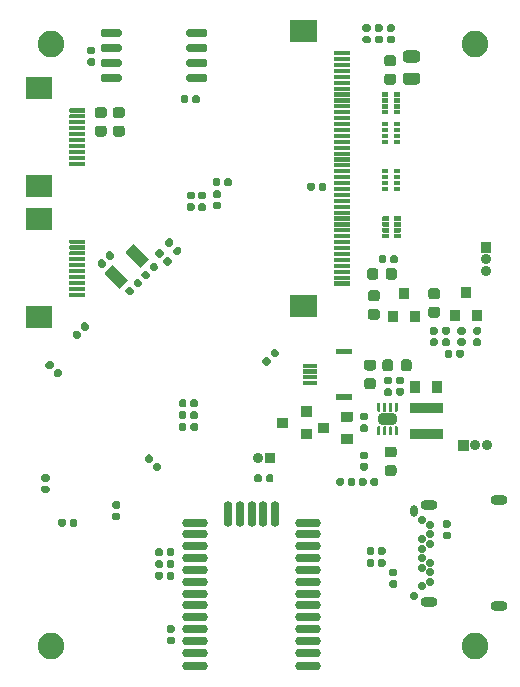
<source format=gbr>
%TF.GenerationSoftware,KiCad,Pcbnew,5.1.8+dfsg1-1~bpo10+1*%
%TF.CreationDate,2021-01-23T23:31:27+00:00*%
%TF.ProjectId,atlas,61746c61-732e-46b6-9963-61645f706362,rev?*%
%TF.SameCoordinates,Original*%
%TF.FileFunction,Soldermask,Bot*%
%TF.FilePolarity,Negative*%
%FSLAX46Y46*%
G04 Gerber Fmt 4.6, Leading zero omitted, Abs format (unit mm)*
G04 Created by KiCad (PCBNEW 5.1.8+dfsg1-1~bpo10+1) date 2021-01-23 23:31:27*
%MOMM*%
%LPD*%
G01*
G04 APERTURE LIST*
%ADD10O,0.900000X0.900000*%
%ADD11C,2.250000*%
%ADD12O,1.450000X0.850000*%
%ADD13O,0.700000X1.000000*%
%ADD14C,0.700000*%
%ADD15O,2.200000X0.750000*%
%ADD16O,0.750000X2.200000*%
G04 APERTURE END LIST*
%TO.C,C28*%
G36*
G01*
X211335000Y-112705000D02*
X211705000Y-112705000D01*
G75*
G02*
X211865000Y-112865000I0J-160000D01*
G01*
X211865000Y-113185000D01*
G75*
G02*
X211705000Y-113345000I-160000J0D01*
G01*
X211335000Y-113345000D01*
G75*
G02*
X211175000Y-113185000I0J160000D01*
G01*
X211175000Y-112865000D01*
G75*
G02*
X211335000Y-112705000I160000J0D01*
G01*
G37*
G36*
G01*
X211335000Y-111735000D02*
X211705000Y-111735000D01*
G75*
G02*
X211865000Y-111895000I0J-160000D01*
G01*
X211865000Y-112215000D01*
G75*
G02*
X211705000Y-112375000I-160000J0D01*
G01*
X211335000Y-112375000D01*
G75*
G02*
X211175000Y-112215000I0J160000D01*
G01*
X211175000Y-111895000D01*
G75*
G02*
X211335000Y-111735000I160000J0D01*
G01*
G37*
%TD*%
%TO.C,C20*%
G36*
G01*
X206410440Y-107510090D02*
X206410440Y-106972590D01*
G75*
G02*
X206641690Y-106741340I231250J0D01*
G01*
X207104190Y-106741340D01*
G75*
G02*
X207335440Y-106972590I0J-231250D01*
G01*
X207335440Y-107510090D01*
G75*
G02*
X207104190Y-107741340I-231250J0D01*
G01*
X206641690Y-107741340D01*
G75*
G02*
X206410440Y-107510090I0J231250D01*
G01*
G37*
G36*
G01*
X204835440Y-107510090D02*
X204835440Y-106972590D01*
G75*
G02*
X205066690Y-106741340I231250J0D01*
G01*
X205529190Y-106741340D01*
G75*
G02*
X205760440Y-106972590I0J-231250D01*
G01*
X205760440Y-107510090D01*
G75*
G02*
X205529190Y-107741340I-231250J0D01*
G01*
X205066690Y-107741340D01*
G75*
G02*
X204835440Y-107510090I0J231250D01*
G01*
G37*
%TD*%
D10*
%TO.C,J7*%
X195600000Y-122834400D03*
G36*
G01*
X196175000Y-122384400D02*
X197025000Y-122384400D01*
G75*
G02*
X197050000Y-122409400I0J-25000D01*
G01*
X197050000Y-123259400D01*
G75*
G02*
X197025000Y-123284400I-25000J0D01*
G01*
X196175000Y-123284400D01*
G75*
G02*
X196150000Y-123259400I0J25000D01*
G01*
X196150000Y-122409400D01*
G75*
G02*
X196175000Y-122384400I25000J0D01*
G01*
G37*
%TD*%
D11*
%TO.C,REF\u002A\u002A*%
X214000000Y-138750000D03*
%TD*%
%TO.C,REF\u002A\u002A*%
X214000000Y-87750000D03*
%TD*%
%TO.C,J13*%
G36*
G01*
X178150000Y-103525000D02*
X175950000Y-103525000D01*
G75*
G02*
X175925000Y-103500000I0J25000D01*
G01*
X175925000Y-101700000D01*
G75*
G02*
X175950000Y-101675000I25000J0D01*
G01*
X178150000Y-101675000D01*
G75*
G02*
X178175000Y-101700000I0J-25000D01*
G01*
X178175000Y-103500000D01*
G75*
G02*
X178150000Y-103525000I-25000J0D01*
G01*
G37*
G36*
G01*
X178150000Y-111825000D02*
X175950000Y-111825000D01*
G75*
G02*
X175925000Y-111800000I0J25000D01*
G01*
X175925000Y-110000000D01*
G75*
G02*
X175950000Y-109975000I25000J0D01*
G01*
X178150000Y-109975000D01*
G75*
G02*
X178175000Y-110000000I0J-25000D01*
G01*
X178175000Y-111800000D01*
G75*
G02*
X178150000Y-111825000I-25000J0D01*
G01*
G37*
G36*
G01*
X180950000Y-109175000D02*
X179650000Y-109175000D01*
G75*
G02*
X179625000Y-109150000I0J25000D01*
G01*
X179625000Y-108850000D01*
G75*
G02*
X179650000Y-108825000I25000J0D01*
G01*
X180950000Y-108825000D01*
G75*
G02*
X180975000Y-108850000I0J-25000D01*
G01*
X180975000Y-109150000D01*
G75*
G02*
X180950000Y-109175000I-25000J0D01*
G01*
G37*
G36*
G01*
X180950000Y-108675000D02*
X179650000Y-108675000D01*
G75*
G02*
X179625000Y-108650000I0J25000D01*
G01*
X179625000Y-108350000D01*
G75*
G02*
X179650000Y-108325000I25000J0D01*
G01*
X180950000Y-108325000D01*
G75*
G02*
X180975000Y-108350000I0J-25000D01*
G01*
X180975000Y-108650000D01*
G75*
G02*
X180950000Y-108675000I-25000J0D01*
G01*
G37*
G36*
G01*
X180950000Y-108175000D02*
X179650000Y-108175000D01*
G75*
G02*
X179625000Y-108150000I0J25000D01*
G01*
X179625000Y-107850000D01*
G75*
G02*
X179650000Y-107825000I25000J0D01*
G01*
X180950000Y-107825000D01*
G75*
G02*
X180975000Y-107850000I0J-25000D01*
G01*
X180975000Y-108150000D01*
G75*
G02*
X180950000Y-108175000I-25000J0D01*
G01*
G37*
G36*
G01*
X180950000Y-107675000D02*
X179650000Y-107675000D01*
G75*
G02*
X179625000Y-107650000I0J25000D01*
G01*
X179625000Y-107350000D01*
G75*
G02*
X179650000Y-107325000I25000J0D01*
G01*
X180950000Y-107325000D01*
G75*
G02*
X180975000Y-107350000I0J-25000D01*
G01*
X180975000Y-107650000D01*
G75*
G02*
X180950000Y-107675000I-25000J0D01*
G01*
G37*
G36*
G01*
X180950000Y-107175000D02*
X179650000Y-107175000D01*
G75*
G02*
X179625000Y-107150000I0J25000D01*
G01*
X179625000Y-106850000D01*
G75*
G02*
X179650000Y-106825000I25000J0D01*
G01*
X180950000Y-106825000D01*
G75*
G02*
X180975000Y-106850000I0J-25000D01*
G01*
X180975000Y-107150000D01*
G75*
G02*
X180950000Y-107175000I-25000J0D01*
G01*
G37*
G36*
G01*
X180950000Y-106675000D02*
X179650000Y-106675000D01*
G75*
G02*
X179625000Y-106650000I0J25000D01*
G01*
X179625000Y-106350000D01*
G75*
G02*
X179650000Y-106325000I25000J0D01*
G01*
X180950000Y-106325000D01*
G75*
G02*
X180975000Y-106350000I0J-25000D01*
G01*
X180975000Y-106650000D01*
G75*
G02*
X180950000Y-106675000I-25000J0D01*
G01*
G37*
G36*
G01*
X180950000Y-106175000D02*
X179650000Y-106175000D01*
G75*
G02*
X179625000Y-106150000I0J25000D01*
G01*
X179625000Y-105850000D01*
G75*
G02*
X179650000Y-105825000I25000J0D01*
G01*
X180950000Y-105825000D01*
G75*
G02*
X180975000Y-105850000I0J-25000D01*
G01*
X180975000Y-106150000D01*
G75*
G02*
X180950000Y-106175000I-25000J0D01*
G01*
G37*
G36*
G01*
X180950000Y-105675000D02*
X179650000Y-105675000D01*
G75*
G02*
X179625000Y-105650000I0J25000D01*
G01*
X179625000Y-105350000D01*
G75*
G02*
X179650000Y-105325000I25000J0D01*
G01*
X180950000Y-105325000D01*
G75*
G02*
X180975000Y-105350000I0J-25000D01*
G01*
X180975000Y-105650000D01*
G75*
G02*
X180950000Y-105675000I-25000J0D01*
G01*
G37*
G36*
G01*
X180950000Y-105175000D02*
X179650000Y-105175000D01*
G75*
G02*
X179625000Y-105150000I0J25000D01*
G01*
X179625000Y-104850000D01*
G75*
G02*
X179650000Y-104825000I25000J0D01*
G01*
X180950000Y-104825000D01*
G75*
G02*
X180975000Y-104850000I0J-25000D01*
G01*
X180975000Y-105150000D01*
G75*
G02*
X180950000Y-105175000I-25000J0D01*
G01*
G37*
G36*
G01*
X180950000Y-104675000D02*
X179650000Y-104675000D01*
G75*
G02*
X179625000Y-104650000I0J25000D01*
G01*
X179625000Y-104350000D01*
G75*
G02*
X179650000Y-104325000I25000J0D01*
G01*
X180950000Y-104325000D01*
G75*
G02*
X180975000Y-104350000I0J-25000D01*
G01*
X180975000Y-104650000D01*
G75*
G02*
X180950000Y-104675000I-25000J0D01*
G01*
G37*
%TD*%
%TO.C,C18*%
G36*
G01*
X187865000Y-132985000D02*
X187865000Y-132615000D01*
G75*
G02*
X188025000Y-132455000I160000J0D01*
G01*
X188345000Y-132455000D01*
G75*
G02*
X188505000Y-132615000I0J-160000D01*
G01*
X188505000Y-132985000D01*
G75*
G02*
X188345000Y-133145000I-160000J0D01*
G01*
X188025000Y-133145000D01*
G75*
G02*
X187865000Y-132985000I0J160000D01*
G01*
G37*
G36*
G01*
X186895000Y-132985000D02*
X186895000Y-132615000D01*
G75*
G02*
X187055000Y-132455000I160000J0D01*
G01*
X187375000Y-132455000D01*
G75*
G02*
X187535000Y-132615000I0J-160000D01*
G01*
X187535000Y-132985000D01*
G75*
G02*
X187375000Y-133145000I-160000J0D01*
G01*
X187055000Y-133145000D01*
G75*
G02*
X186895000Y-132985000I0J160000D01*
G01*
G37*
%TD*%
%TO.C,R31*%
G36*
G01*
X202220000Y-125035000D02*
X202220000Y-124665000D01*
G75*
G02*
X202380000Y-124505000I160000J0D01*
G01*
X202700000Y-124505000D01*
G75*
G02*
X202860000Y-124665000I0J-160000D01*
G01*
X202860000Y-125035000D01*
G75*
G02*
X202700000Y-125195000I-160000J0D01*
G01*
X202380000Y-125195000D01*
G75*
G02*
X202220000Y-125035000I0J160000D01*
G01*
G37*
G36*
G01*
X203190000Y-125035000D02*
X203190000Y-124665000D01*
G75*
G02*
X203350000Y-124505000I160000J0D01*
G01*
X203670000Y-124505000D01*
G75*
G02*
X203830000Y-124665000I0J-160000D01*
G01*
X203830000Y-125035000D01*
G75*
G02*
X203670000Y-125195000I-160000J0D01*
G01*
X203350000Y-125195000D01*
G75*
G02*
X203190000Y-125035000I0J160000D01*
G01*
G37*
%TD*%
%TO.C,D6*%
G36*
G01*
X210350000Y-117300000D02*
X210350000Y-116300000D01*
G75*
G02*
X210375000Y-116275000I25000J0D01*
G01*
X211175000Y-116275000D01*
G75*
G02*
X211200000Y-116300000I0J-25000D01*
G01*
X211200000Y-117300000D01*
G75*
G02*
X211175000Y-117325000I-25000J0D01*
G01*
X210375000Y-117325000D01*
G75*
G02*
X210350000Y-117300000I0J25000D01*
G01*
G37*
G36*
G01*
X208450000Y-117300000D02*
X208450000Y-116300000D01*
G75*
G02*
X208475000Y-116275000I25000J0D01*
G01*
X209275000Y-116275000D01*
G75*
G02*
X209300000Y-116300000I0J-25000D01*
G01*
X209300000Y-117300000D01*
G75*
G02*
X209275000Y-117325000I-25000J0D01*
G01*
X208475000Y-117325000D01*
G75*
G02*
X208450000Y-117300000I0J25000D01*
G01*
G37*
%TD*%
%TO.C,R20*%
G36*
G01*
X204807250Y-116066000D02*
X205344750Y-116066000D01*
G75*
G02*
X205576000Y-116297250I0J-231250D01*
G01*
X205576000Y-116759750D01*
G75*
G02*
X205344750Y-116991000I-231250J0D01*
G01*
X204807250Y-116991000D01*
G75*
G02*
X204576000Y-116759750I0J231250D01*
G01*
X204576000Y-116297250D01*
G75*
G02*
X204807250Y-116066000I231250J0D01*
G01*
G37*
G36*
G01*
X204807250Y-114491000D02*
X205344750Y-114491000D01*
G75*
G02*
X205576000Y-114722250I0J-231250D01*
G01*
X205576000Y-115184750D01*
G75*
G02*
X205344750Y-115416000I-231250J0D01*
G01*
X204807250Y-115416000D01*
G75*
G02*
X204576000Y-115184750I0J231250D01*
G01*
X204576000Y-114722250D01*
G75*
G02*
X204807250Y-114491000I231250J0D01*
G01*
G37*
%TD*%
%TO.C,REF\u002A\u002A*%
X178050000Y-87750000D03*
%TD*%
%TO.C,REF\u002A\u002A*%
X178050000Y-138750000D03*
%TD*%
%TO.C,L10*%
G36*
G01*
X211200000Y-119025000D02*
X208500000Y-119025000D01*
G75*
G02*
X208475000Y-119000000I0J25000D01*
G01*
X208475000Y-118200000D01*
G75*
G02*
X208500000Y-118175000I25000J0D01*
G01*
X211200000Y-118175000D01*
G75*
G02*
X211225000Y-118200000I0J-25000D01*
G01*
X211225000Y-119000000D01*
G75*
G02*
X211200000Y-119025000I-25000J0D01*
G01*
G37*
G36*
G01*
X211200000Y-121225000D02*
X208500000Y-121225000D01*
G75*
G02*
X208475000Y-121200000I0J25000D01*
G01*
X208475000Y-120400000D01*
G75*
G02*
X208500000Y-120375000I25000J0D01*
G01*
X211200000Y-120375000D01*
G75*
G02*
X211225000Y-120400000I0J-25000D01*
G01*
X211225000Y-121200000D01*
G75*
G02*
X211200000Y-121225000I-25000J0D01*
G01*
G37*
%TD*%
%TO.C,Q2*%
G36*
G01*
X201600000Y-119875000D02*
X201600000Y-120675000D01*
G75*
G02*
X201575000Y-120700000I-25000J0D01*
G01*
X200675000Y-120700000D01*
G75*
G02*
X200650000Y-120675000I0J25000D01*
G01*
X200650000Y-119875000D01*
G75*
G02*
X200675000Y-119850000I25000J0D01*
G01*
X201575000Y-119850000D01*
G75*
G02*
X201600000Y-119875000I0J-25000D01*
G01*
G37*
G36*
G01*
X203600000Y-120825000D02*
X203600000Y-121625000D01*
G75*
G02*
X203575000Y-121650000I-25000J0D01*
G01*
X202675000Y-121650000D01*
G75*
G02*
X202650000Y-121625000I0J25000D01*
G01*
X202650000Y-120825000D01*
G75*
G02*
X202675000Y-120800000I25000J0D01*
G01*
X203575000Y-120800000D01*
G75*
G02*
X203600000Y-120825000I0J-25000D01*
G01*
G37*
G36*
G01*
X203600000Y-118925000D02*
X203600000Y-119725000D01*
G75*
G02*
X203575000Y-119750000I-25000J0D01*
G01*
X202675000Y-119750000D01*
G75*
G02*
X202650000Y-119725000I0J25000D01*
G01*
X202650000Y-118925000D01*
G75*
G02*
X202675000Y-118900000I25000J0D01*
G01*
X203575000Y-118900000D01*
G75*
G02*
X203600000Y-118925000I0J-25000D01*
G01*
G37*
%TD*%
D10*
%TO.C,J4*%
X214901780Y-106990000D03*
X214901780Y-105990000D03*
G36*
G01*
X214451780Y-105415000D02*
X214451780Y-104565000D01*
G75*
G02*
X214476780Y-104540000I25000J0D01*
G01*
X215326780Y-104540000D01*
G75*
G02*
X215351780Y-104565000I0J-25000D01*
G01*
X215351780Y-105415000D01*
G75*
G02*
X215326780Y-105440000I-25000J0D01*
G01*
X214476780Y-105440000D01*
G75*
G02*
X214451780Y-105415000I0J25000D01*
G01*
G37*
%TD*%
%TO.C,R44*%
G36*
G01*
X212365000Y-114185000D02*
X212365000Y-113815000D01*
G75*
G02*
X212525000Y-113655000I160000J0D01*
G01*
X212845000Y-113655000D01*
G75*
G02*
X213005000Y-113815000I0J-160000D01*
G01*
X213005000Y-114185000D01*
G75*
G02*
X212845000Y-114345000I-160000J0D01*
G01*
X212525000Y-114345000D01*
G75*
G02*
X212365000Y-114185000I0J160000D01*
G01*
G37*
G36*
G01*
X211395000Y-114185000D02*
X211395000Y-113815000D01*
G75*
G02*
X211555000Y-113655000I160000J0D01*
G01*
X211875000Y-113655000D01*
G75*
G02*
X212035000Y-113815000I0J-160000D01*
G01*
X212035000Y-114185000D01*
G75*
G02*
X211875000Y-114345000I-160000J0D01*
G01*
X211555000Y-114345000D01*
G75*
G02*
X211395000Y-114185000I0J160000D01*
G01*
G37*
%TD*%
%TO.C,Y4*%
G36*
G01*
X185118718Y-104708490D02*
X186391510Y-105981282D01*
G75*
G02*
X186391510Y-106016638I-17678J-17678D01*
G01*
X185684404Y-106723744D01*
G75*
G02*
X185649048Y-106723744I-17678J17678D01*
G01*
X184376256Y-105450952D01*
G75*
G02*
X184376256Y-105415596I17678J17678D01*
G01*
X185083362Y-104708490D01*
G75*
G02*
X185118718Y-104708490I17678J-17678D01*
G01*
G37*
G36*
G01*
X183350952Y-106476256D02*
X184623744Y-107749048D01*
G75*
G02*
X184623744Y-107784404I-17678J-17678D01*
G01*
X183916638Y-108491510D01*
G75*
G02*
X183881282Y-108491510I-17678J17678D01*
G01*
X182608490Y-107218718D01*
G75*
G02*
X182608490Y-107183362I17678J17678D01*
G01*
X183315596Y-106476256D01*
G75*
G02*
X183350952Y-106476256I17678J-17678D01*
G01*
G37*
%TD*%
%TO.C,J5*%
G36*
G01*
X213421780Y-122199820D02*
X212571780Y-122199820D01*
G75*
G02*
X212546780Y-122174820I0J25000D01*
G01*
X212546780Y-121324820D01*
G75*
G02*
X212571780Y-121299820I25000J0D01*
G01*
X213421780Y-121299820D01*
G75*
G02*
X213446780Y-121324820I0J-25000D01*
G01*
X213446780Y-122174820D01*
G75*
G02*
X213421780Y-122199820I-25000J0D01*
G01*
G37*
X213996780Y-121749820D03*
X214996780Y-121749820D03*
%TD*%
D12*
%TO.C,J1*%
X210090000Y-135030000D03*
X210090000Y-126770000D03*
X216040000Y-126410000D03*
X216040000Y-135390000D03*
D13*
X208840000Y-127300000D03*
D14*
X208840000Y-134500000D03*
X209490000Y-128100000D03*
X209490000Y-129700000D03*
X209490000Y-130500000D03*
X209490000Y-131300000D03*
X209490000Y-132100000D03*
X209490000Y-133700000D03*
X210190000Y-128500000D03*
X210190000Y-129300000D03*
X210190000Y-130100000D03*
X210190000Y-131700000D03*
X210190000Y-132500000D03*
X210190000Y-133300000D03*
%TD*%
%TO.C,J10*%
G36*
G01*
X203350000Y-88725000D02*
X202050000Y-88725000D01*
G75*
G02*
X202025000Y-88700000I0J25000D01*
G01*
X202025000Y-88400000D01*
G75*
G02*
X202050000Y-88375000I25000J0D01*
G01*
X203350000Y-88375000D01*
G75*
G02*
X203375000Y-88400000I0J-25000D01*
G01*
X203375000Y-88700000D01*
G75*
G02*
X203350000Y-88725000I-25000J0D01*
G01*
G37*
G36*
G01*
X203350000Y-89225000D02*
X202050000Y-89225000D01*
G75*
G02*
X202025000Y-89200000I0J25000D01*
G01*
X202025000Y-88900000D01*
G75*
G02*
X202050000Y-88875000I25000J0D01*
G01*
X203350000Y-88875000D01*
G75*
G02*
X203375000Y-88900000I0J-25000D01*
G01*
X203375000Y-89200000D01*
G75*
G02*
X203350000Y-89225000I-25000J0D01*
G01*
G37*
G36*
G01*
X203350000Y-89725000D02*
X202050000Y-89725000D01*
G75*
G02*
X202025000Y-89700000I0J25000D01*
G01*
X202025000Y-89400000D01*
G75*
G02*
X202050000Y-89375000I25000J0D01*
G01*
X203350000Y-89375000D01*
G75*
G02*
X203375000Y-89400000I0J-25000D01*
G01*
X203375000Y-89700000D01*
G75*
G02*
X203350000Y-89725000I-25000J0D01*
G01*
G37*
G36*
G01*
X203350000Y-90225000D02*
X202050000Y-90225000D01*
G75*
G02*
X202025000Y-90200000I0J25000D01*
G01*
X202025000Y-89900000D01*
G75*
G02*
X202050000Y-89875000I25000J0D01*
G01*
X203350000Y-89875000D01*
G75*
G02*
X203375000Y-89900000I0J-25000D01*
G01*
X203375000Y-90200000D01*
G75*
G02*
X203350000Y-90225000I-25000J0D01*
G01*
G37*
G36*
G01*
X203350000Y-90725000D02*
X202050000Y-90725000D01*
G75*
G02*
X202025000Y-90700000I0J25000D01*
G01*
X202025000Y-90400000D01*
G75*
G02*
X202050000Y-90375000I25000J0D01*
G01*
X203350000Y-90375000D01*
G75*
G02*
X203375000Y-90400000I0J-25000D01*
G01*
X203375000Y-90700000D01*
G75*
G02*
X203350000Y-90725000I-25000J0D01*
G01*
G37*
G36*
G01*
X203350000Y-91225000D02*
X202050000Y-91225000D01*
G75*
G02*
X202025000Y-91200000I0J25000D01*
G01*
X202025000Y-90900000D01*
G75*
G02*
X202050000Y-90875000I25000J0D01*
G01*
X203350000Y-90875000D01*
G75*
G02*
X203375000Y-90900000I0J-25000D01*
G01*
X203375000Y-91200000D01*
G75*
G02*
X203350000Y-91225000I-25000J0D01*
G01*
G37*
G36*
G01*
X203350000Y-91725000D02*
X202050000Y-91725000D01*
G75*
G02*
X202025000Y-91700000I0J25000D01*
G01*
X202025000Y-91400000D01*
G75*
G02*
X202050000Y-91375000I25000J0D01*
G01*
X203350000Y-91375000D01*
G75*
G02*
X203375000Y-91400000I0J-25000D01*
G01*
X203375000Y-91700000D01*
G75*
G02*
X203350000Y-91725000I-25000J0D01*
G01*
G37*
G36*
G01*
X203350000Y-92225000D02*
X202050000Y-92225000D01*
G75*
G02*
X202025000Y-92200000I0J25000D01*
G01*
X202025000Y-91900000D01*
G75*
G02*
X202050000Y-91875000I25000J0D01*
G01*
X203350000Y-91875000D01*
G75*
G02*
X203375000Y-91900000I0J-25000D01*
G01*
X203375000Y-92200000D01*
G75*
G02*
X203350000Y-92225000I-25000J0D01*
G01*
G37*
G36*
G01*
X203350000Y-92725000D02*
X202050000Y-92725000D01*
G75*
G02*
X202025000Y-92700000I0J25000D01*
G01*
X202025000Y-92400000D01*
G75*
G02*
X202050000Y-92375000I25000J0D01*
G01*
X203350000Y-92375000D01*
G75*
G02*
X203375000Y-92400000I0J-25000D01*
G01*
X203375000Y-92700000D01*
G75*
G02*
X203350000Y-92725000I-25000J0D01*
G01*
G37*
G36*
G01*
X203350000Y-93225000D02*
X202050000Y-93225000D01*
G75*
G02*
X202025000Y-93200000I0J25000D01*
G01*
X202025000Y-92900000D01*
G75*
G02*
X202050000Y-92875000I25000J0D01*
G01*
X203350000Y-92875000D01*
G75*
G02*
X203375000Y-92900000I0J-25000D01*
G01*
X203375000Y-93200000D01*
G75*
G02*
X203350000Y-93225000I-25000J0D01*
G01*
G37*
G36*
G01*
X203350000Y-93725000D02*
X202050000Y-93725000D01*
G75*
G02*
X202025000Y-93700000I0J25000D01*
G01*
X202025000Y-93400000D01*
G75*
G02*
X202050000Y-93375000I25000J0D01*
G01*
X203350000Y-93375000D01*
G75*
G02*
X203375000Y-93400000I0J-25000D01*
G01*
X203375000Y-93700000D01*
G75*
G02*
X203350000Y-93725000I-25000J0D01*
G01*
G37*
G36*
G01*
X203350000Y-94225000D02*
X202050000Y-94225000D01*
G75*
G02*
X202025000Y-94200000I0J25000D01*
G01*
X202025000Y-93900000D01*
G75*
G02*
X202050000Y-93875000I25000J0D01*
G01*
X203350000Y-93875000D01*
G75*
G02*
X203375000Y-93900000I0J-25000D01*
G01*
X203375000Y-94200000D01*
G75*
G02*
X203350000Y-94225000I-25000J0D01*
G01*
G37*
G36*
G01*
X203350000Y-94725000D02*
X202050000Y-94725000D01*
G75*
G02*
X202025000Y-94700000I0J25000D01*
G01*
X202025000Y-94400000D01*
G75*
G02*
X202050000Y-94375000I25000J0D01*
G01*
X203350000Y-94375000D01*
G75*
G02*
X203375000Y-94400000I0J-25000D01*
G01*
X203375000Y-94700000D01*
G75*
G02*
X203350000Y-94725000I-25000J0D01*
G01*
G37*
G36*
G01*
X203350000Y-95225000D02*
X202050000Y-95225000D01*
G75*
G02*
X202025000Y-95200000I0J25000D01*
G01*
X202025000Y-94900000D01*
G75*
G02*
X202050000Y-94875000I25000J0D01*
G01*
X203350000Y-94875000D01*
G75*
G02*
X203375000Y-94900000I0J-25000D01*
G01*
X203375000Y-95200000D01*
G75*
G02*
X203350000Y-95225000I-25000J0D01*
G01*
G37*
G36*
G01*
X203350000Y-95725000D02*
X202050000Y-95725000D01*
G75*
G02*
X202025000Y-95700000I0J25000D01*
G01*
X202025000Y-95400000D01*
G75*
G02*
X202050000Y-95375000I25000J0D01*
G01*
X203350000Y-95375000D01*
G75*
G02*
X203375000Y-95400000I0J-25000D01*
G01*
X203375000Y-95700000D01*
G75*
G02*
X203350000Y-95725000I-25000J0D01*
G01*
G37*
G36*
G01*
X203350000Y-96225000D02*
X202050000Y-96225000D01*
G75*
G02*
X202025000Y-96200000I0J25000D01*
G01*
X202025000Y-95900000D01*
G75*
G02*
X202050000Y-95875000I25000J0D01*
G01*
X203350000Y-95875000D01*
G75*
G02*
X203375000Y-95900000I0J-25000D01*
G01*
X203375000Y-96200000D01*
G75*
G02*
X203350000Y-96225000I-25000J0D01*
G01*
G37*
G36*
G01*
X203350000Y-96725000D02*
X202050000Y-96725000D01*
G75*
G02*
X202025000Y-96700000I0J25000D01*
G01*
X202025000Y-96400000D01*
G75*
G02*
X202050000Y-96375000I25000J0D01*
G01*
X203350000Y-96375000D01*
G75*
G02*
X203375000Y-96400000I0J-25000D01*
G01*
X203375000Y-96700000D01*
G75*
G02*
X203350000Y-96725000I-25000J0D01*
G01*
G37*
G36*
G01*
X203350000Y-97225000D02*
X202050000Y-97225000D01*
G75*
G02*
X202025000Y-97200000I0J25000D01*
G01*
X202025000Y-96900000D01*
G75*
G02*
X202050000Y-96875000I25000J0D01*
G01*
X203350000Y-96875000D01*
G75*
G02*
X203375000Y-96900000I0J-25000D01*
G01*
X203375000Y-97200000D01*
G75*
G02*
X203350000Y-97225000I-25000J0D01*
G01*
G37*
G36*
G01*
X203350000Y-97725000D02*
X202050000Y-97725000D01*
G75*
G02*
X202025000Y-97700000I0J25000D01*
G01*
X202025000Y-97400000D01*
G75*
G02*
X202050000Y-97375000I25000J0D01*
G01*
X203350000Y-97375000D01*
G75*
G02*
X203375000Y-97400000I0J-25000D01*
G01*
X203375000Y-97700000D01*
G75*
G02*
X203350000Y-97725000I-25000J0D01*
G01*
G37*
G36*
G01*
X203350000Y-98225000D02*
X202050000Y-98225000D01*
G75*
G02*
X202025000Y-98200000I0J25000D01*
G01*
X202025000Y-97900000D01*
G75*
G02*
X202050000Y-97875000I25000J0D01*
G01*
X203350000Y-97875000D01*
G75*
G02*
X203375000Y-97900000I0J-25000D01*
G01*
X203375000Y-98200000D01*
G75*
G02*
X203350000Y-98225000I-25000J0D01*
G01*
G37*
G36*
G01*
X203350000Y-98725000D02*
X202050000Y-98725000D01*
G75*
G02*
X202025000Y-98700000I0J25000D01*
G01*
X202025000Y-98400000D01*
G75*
G02*
X202050000Y-98375000I25000J0D01*
G01*
X203350000Y-98375000D01*
G75*
G02*
X203375000Y-98400000I0J-25000D01*
G01*
X203375000Y-98700000D01*
G75*
G02*
X203350000Y-98725000I-25000J0D01*
G01*
G37*
G36*
G01*
X203350000Y-99225000D02*
X202050000Y-99225000D01*
G75*
G02*
X202025000Y-99200000I0J25000D01*
G01*
X202025000Y-98900000D01*
G75*
G02*
X202050000Y-98875000I25000J0D01*
G01*
X203350000Y-98875000D01*
G75*
G02*
X203375000Y-98900000I0J-25000D01*
G01*
X203375000Y-99200000D01*
G75*
G02*
X203350000Y-99225000I-25000J0D01*
G01*
G37*
G36*
G01*
X203350000Y-99725000D02*
X202050000Y-99725000D01*
G75*
G02*
X202025000Y-99700000I0J25000D01*
G01*
X202025000Y-99400000D01*
G75*
G02*
X202050000Y-99375000I25000J0D01*
G01*
X203350000Y-99375000D01*
G75*
G02*
X203375000Y-99400000I0J-25000D01*
G01*
X203375000Y-99700000D01*
G75*
G02*
X203350000Y-99725000I-25000J0D01*
G01*
G37*
G36*
G01*
X203350000Y-100225000D02*
X202050000Y-100225000D01*
G75*
G02*
X202025000Y-100200000I0J25000D01*
G01*
X202025000Y-99900000D01*
G75*
G02*
X202050000Y-99875000I25000J0D01*
G01*
X203350000Y-99875000D01*
G75*
G02*
X203375000Y-99900000I0J-25000D01*
G01*
X203375000Y-100200000D01*
G75*
G02*
X203350000Y-100225000I-25000J0D01*
G01*
G37*
G36*
G01*
X203350000Y-100725000D02*
X202050000Y-100725000D01*
G75*
G02*
X202025000Y-100700000I0J25000D01*
G01*
X202025000Y-100400000D01*
G75*
G02*
X202050000Y-100375000I25000J0D01*
G01*
X203350000Y-100375000D01*
G75*
G02*
X203375000Y-100400000I0J-25000D01*
G01*
X203375000Y-100700000D01*
G75*
G02*
X203350000Y-100725000I-25000J0D01*
G01*
G37*
G36*
G01*
X203350000Y-101225000D02*
X202050000Y-101225000D01*
G75*
G02*
X202025000Y-101200000I0J25000D01*
G01*
X202025000Y-100900000D01*
G75*
G02*
X202050000Y-100875000I25000J0D01*
G01*
X203350000Y-100875000D01*
G75*
G02*
X203375000Y-100900000I0J-25000D01*
G01*
X203375000Y-101200000D01*
G75*
G02*
X203350000Y-101225000I-25000J0D01*
G01*
G37*
G36*
G01*
X203350000Y-101725000D02*
X202050000Y-101725000D01*
G75*
G02*
X202025000Y-101700000I0J25000D01*
G01*
X202025000Y-101400000D01*
G75*
G02*
X202050000Y-101375000I25000J0D01*
G01*
X203350000Y-101375000D01*
G75*
G02*
X203375000Y-101400000I0J-25000D01*
G01*
X203375000Y-101700000D01*
G75*
G02*
X203350000Y-101725000I-25000J0D01*
G01*
G37*
G36*
G01*
X203350000Y-102225000D02*
X202050000Y-102225000D01*
G75*
G02*
X202025000Y-102200000I0J25000D01*
G01*
X202025000Y-101900000D01*
G75*
G02*
X202050000Y-101875000I25000J0D01*
G01*
X203350000Y-101875000D01*
G75*
G02*
X203375000Y-101900000I0J-25000D01*
G01*
X203375000Y-102200000D01*
G75*
G02*
X203350000Y-102225000I-25000J0D01*
G01*
G37*
G36*
G01*
X203350000Y-102725000D02*
X202050000Y-102725000D01*
G75*
G02*
X202025000Y-102700000I0J25000D01*
G01*
X202025000Y-102400000D01*
G75*
G02*
X202050000Y-102375000I25000J0D01*
G01*
X203350000Y-102375000D01*
G75*
G02*
X203375000Y-102400000I0J-25000D01*
G01*
X203375000Y-102700000D01*
G75*
G02*
X203350000Y-102725000I-25000J0D01*
G01*
G37*
G36*
G01*
X203350000Y-103225000D02*
X202050000Y-103225000D01*
G75*
G02*
X202025000Y-103200000I0J25000D01*
G01*
X202025000Y-102900000D01*
G75*
G02*
X202050000Y-102875000I25000J0D01*
G01*
X203350000Y-102875000D01*
G75*
G02*
X203375000Y-102900000I0J-25000D01*
G01*
X203375000Y-103200000D01*
G75*
G02*
X203350000Y-103225000I-25000J0D01*
G01*
G37*
G36*
G01*
X203350000Y-103725000D02*
X202050000Y-103725000D01*
G75*
G02*
X202025000Y-103700000I0J25000D01*
G01*
X202025000Y-103400000D01*
G75*
G02*
X202050000Y-103375000I25000J0D01*
G01*
X203350000Y-103375000D01*
G75*
G02*
X203375000Y-103400000I0J-25000D01*
G01*
X203375000Y-103700000D01*
G75*
G02*
X203350000Y-103725000I-25000J0D01*
G01*
G37*
G36*
G01*
X203350000Y-104225000D02*
X202050000Y-104225000D01*
G75*
G02*
X202025000Y-104200000I0J25000D01*
G01*
X202025000Y-103900000D01*
G75*
G02*
X202050000Y-103875000I25000J0D01*
G01*
X203350000Y-103875000D01*
G75*
G02*
X203375000Y-103900000I0J-25000D01*
G01*
X203375000Y-104200000D01*
G75*
G02*
X203350000Y-104225000I-25000J0D01*
G01*
G37*
G36*
G01*
X203350000Y-104725000D02*
X202050000Y-104725000D01*
G75*
G02*
X202025000Y-104700000I0J25000D01*
G01*
X202025000Y-104400000D01*
G75*
G02*
X202050000Y-104375000I25000J0D01*
G01*
X203350000Y-104375000D01*
G75*
G02*
X203375000Y-104400000I0J-25000D01*
G01*
X203375000Y-104700000D01*
G75*
G02*
X203350000Y-104725000I-25000J0D01*
G01*
G37*
G36*
G01*
X203350000Y-105225000D02*
X202050000Y-105225000D01*
G75*
G02*
X202025000Y-105200000I0J25000D01*
G01*
X202025000Y-104900000D01*
G75*
G02*
X202050000Y-104875000I25000J0D01*
G01*
X203350000Y-104875000D01*
G75*
G02*
X203375000Y-104900000I0J-25000D01*
G01*
X203375000Y-105200000D01*
G75*
G02*
X203350000Y-105225000I-25000J0D01*
G01*
G37*
G36*
G01*
X203350000Y-105725000D02*
X202050000Y-105725000D01*
G75*
G02*
X202025000Y-105700000I0J25000D01*
G01*
X202025000Y-105400000D01*
G75*
G02*
X202050000Y-105375000I25000J0D01*
G01*
X203350000Y-105375000D01*
G75*
G02*
X203375000Y-105400000I0J-25000D01*
G01*
X203375000Y-105700000D01*
G75*
G02*
X203350000Y-105725000I-25000J0D01*
G01*
G37*
G36*
G01*
X203350000Y-106225000D02*
X202050000Y-106225000D01*
G75*
G02*
X202025000Y-106200000I0J25000D01*
G01*
X202025000Y-105900000D01*
G75*
G02*
X202050000Y-105875000I25000J0D01*
G01*
X203350000Y-105875000D01*
G75*
G02*
X203375000Y-105900000I0J-25000D01*
G01*
X203375000Y-106200000D01*
G75*
G02*
X203350000Y-106225000I-25000J0D01*
G01*
G37*
G36*
G01*
X203350000Y-106725000D02*
X202050000Y-106725000D01*
G75*
G02*
X202025000Y-106700000I0J25000D01*
G01*
X202025000Y-106400000D01*
G75*
G02*
X202050000Y-106375000I25000J0D01*
G01*
X203350000Y-106375000D01*
G75*
G02*
X203375000Y-106400000I0J-25000D01*
G01*
X203375000Y-106700000D01*
G75*
G02*
X203350000Y-106725000I-25000J0D01*
G01*
G37*
G36*
G01*
X203350000Y-107225000D02*
X202050000Y-107225000D01*
G75*
G02*
X202025000Y-107200000I0J25000D01*
G01*
X202025000Y-106900000D01*
G75*
G02*
X202050000Y-106875000I25000J0D01*
G01*
X203350000Y-106875000D01*
G75*
G02*
X203375000Y-106900000I0J-25000D01*
G01*
X203375000Y-107200000D01*
G75*
G02*
X203350000Y-107225000I-25000J0D01*
G01*
G37*
G36*
G01*
X203350000Y-107725000D02*
X202050000Y-107725000D01*
G75*
G02*
X202025000Y-107700000I0J25000D01*
G01*
X202025000Y-107400000D01*
G75*
G02*
X202050000Y-107375000I25000J0D01*
G01*
X203350000Y-107375000D01*
G75*
G02*
X203375000Y-107400000I0J-25000D01*
G01*
X203375000Y-107700000D01*
G75*
G02*
X203350000Y-107725000I-25000J0D01*
G01*
G37*
G36*
G01*
X203350000Y-108225000D02*
X202050000Y-108225000D01*
G75*
G02*
X202025000Y-108200000I0J25000D01*
G01*
X202025000Y-107900000D01*
G75*
G02*
X202050000Y-107875000I25000J0D01*
G01*
X203350000Y-107875000D01*
G75*
G02*
X203375000Y-107900000I0J-25000D01*
G01*
X203375000Y-108200000D01*
G75*
G02*
X203350000Y-108225000I-25000J0D01*
G01*
G37*
G36*
G01*
X200550000Y-110875000D02*
X198350000Y-110875000D01*
G75*
G02*
X198325000Y-110850000I0J25000D01*
G01*
X198325000Y-109050000D01*
G75*
G02*
X198350000Y-109025000I25000J0D01*
G01*
X200550000Y-109025000D01*
G75*
G02*
X200575000Y-109050000I0J-25000D01*
G01*
X200575000Y-110850000D01*
G75*
G02*
X200550000Y-110875000I-25000J0D01*
G01*
G37*
G36*
G01*
X200550000Y-87575000D02*
X198350000Y-87575000D01*
G75*
G02*
X198325000Y-87550000I0J25000D01*
G01*
X198325000Y-85750000D01*
G75*
G02*
X198350000Y-85725000I25000J0D01*
G01*
X200550000Y-85725000D01*
G75*
G02*
X200575000Y-85750000I0J-25000D01*
G01*
X200575000Y-87550000D01*
G75*
G02*
X200550000Y-87575000I-25000J0D01*
G01*
G37*
%TD*%
D15*
%TO.C,U11*%
X199850000Y-128300000D03*
X190250000Y-128300000D03*
X199850000Y-140450000D03*
X199850000Y-139300000D03*
X199850000Y-138300000D03*
X199850000Y-137300000D03*
X199850000Y-136300000D03*
X199850000Y-135300000D03*
X199850000Y-134300000D03*
X199850000Y-133300000D03*
X199850000Y-132300000D03*
X199850000Y-131300000D03*
X199850000Y-130300000D03*
X199850000Y-129300000D03*
D16*
X197050000Y-127550000D03*
X196050000Y-127550000D03*
X195050000Y-127550000D03*
X194050000Y-127550000D03*
X193050000Y-127550000D03*
D15*
X190250000Y-129300000D03*
X190250000Y-130300000D03*
X190250000Y-131300000D03*
X190250000Y-132300000D03*
X190250000Y-133300000D03*
X190250000Y-134300000D03*
X190250000Y-135300000D03*
X190250000Y-136300000D03*
X190250000Y-137300000D03*
X190250000Y-138300000D03*
X190250000Y-139300000D03*
X190250000Y-140450000D03*
%TD*%
%TO.C,U16*%
G36*
G01*
X207385000Y-118901000D02*
X207235000Y-118901000D01*
G75*
G02*
X207160000Y-118826000I0J75000D01*
G01*
X207160000Y-118226000D01*
G75*
G02*
X207235000Y-118151000I75000J0D01*
G01*
X207385000Y-118151000D01*
G75*
G02*
X207460000Y-118226000I0J-75000D01*
G01*
X207460000Y-118826000D01*
G75*
G02*
X207385000Y-118901000I-75000J0D01*
G01*
G37*
G36*
G01*
X206885000Y-118901000D02*
X206735000Y-118901000D01*
G75*
G02*
X206660000Y-118826000I0J75000D01*
G01*
X206660000Y-118226000D01*
G75*
G02*
X206735000Y-118151000I75000J0D01*
G01*
X206885000Y-118151000D01*
G75*
G02*
X206960000Y-118226000I0J-75000D01*
G01*
X206960000Y-118826000D01*
G75*
G02*
X206885000Y-118901000I-75000J0D01*
G01*
G37*
G36*
G01*
X206385000Y-118901000D02*
X206235000Y-118901000D01*
G75*
G02*
X206160000Y-118826000I0J75000D01*
G01*
X206160000Y-118226000D01*
G75*
G02*
X206235000Y-118151000I75000J0D01*
G01*
X206385000Y-118151000D01*
G75*
G02*
X206460000Y-118226000I0J-75000D01*
G01*
X206460000Y-118826000D01*
G75*
G02*
X206385000Y-118901000I-75000J0D01*
G01*
G37*
G36*
G01*
X205885000Y-118901000D02*
X205735000Y-118901000D01*
G75*
G02*
X205660000Y-118826000I0J75000D01*
G01*
X205660000Y-118226000D01*
G75*
G02*
X205735000Y-118151000I75000J0D01*
G01*
X205885000Y-118151000D01*
G75*
G02*
X205960000Y-118226000I0J-75000D01*
G01*
X205960000Y-118826000D01*
G75*
G02*
X205885000Y-118901000I-75000J0D01*
G01*
G37*
G36*
G01*
X205885000Y-120901000D02*
X205735000Y-120901000D01*
G75*
G02*
X205660000Y-120826000I0J75000D01*
G01*
X205660000Y-120226000D01*
G75*
G02*
X205735000Y-120151000I75000J0D01*
G01*
X205885000Y-120151000D01*
G75*
G02*
X205960000Y-120226000I0J-75000D01*
G01*
X205960000Y-120826000D01*
G75*
G02*
X205885000Y-120901000I-75000J0D01*
G01*
G37*
G36*
G01*
X206385000Y-120901000D02*
X206235000Y-120901000D01*
G75*
G02*
X206160000Y-120826000I0J75000D01*
G01*
X206160000Y-120226000D01*
G75*
G02*
X206235000Y-120151000I75000J0D01*
G01*
X206385000Y-120151000D01*
G75*
G02*
X206460000Y-120226000I0J-75000D01*
G01*
X206460000Y-120826000D01*
G75*
G02*
X206385000Y-120901000I-75000J0D01*
G01*
G37*
G36*
G01*
X206885000Y-120901000D02*
X206735000Y-120901000D01*
G75*
G02*
X206660000Y-120826000I0J75000D01*
G01*
X206660000Y-120226000D01*
G75*
G02*
X206735000Y-120151000I75000J0D01*
G01*
X206885000Y-120151000D01*
G75*
G02*
X206960000Y-120226000I0J-75000D01*
G01*
X206960000Y-120826000D01*
G75*
G02*
X206885000Y-120901000I-75000J0D01*
G01*
G37*
G36*
G01*
X207385000Y-120901000D02*
X207235000Y-120901000D01*
G75*
G02*
X207160000Y-120826000I0J75000D01*
G01*
X207160000Y-120226000D01*
G75*
G02*
X207235000Y-120151000I75000J0D01*
G01*
X207385000Y-120151000D01*
G75*
G02*
X207460000Y-120226000I0J-75000D01*
G01*
X207460000Y-120826000D01*
G75*
G02*
X207385000Y-120901000I-75000J0D01*
G01*
G37*
G36*
G01*
X207097500Y-120001000D02*
X206022500Y-120001000D01*
G75*
G02*
X205785000Y-119763500I0J237500D01*
G01*
X205785000Y-119288500D01*
G75*
G02*
X206022500Y-119051000I237500J0D01*
G01*
X207097500Y-119051000D01*
G75*
G02*
X207335000Y-119288500I0J-237500D01*
G01*
X207335000Y-119763500D01*
G75*
G02*
X207097500Y-120001000I-237500J0D01*
G01*
G37*
%TD*%
%TO.C,U5*%
G36*
G01*
X184065000Y-86672500D02*
X184065000Y-86997500D01*
G75*
G02*
X183902500Y-87160000I-162500J0D01*
G01*
X182452500Y-87160000D01*
G75*
G02*
X182290000Y-86997500I0J162500D01*
G01*
X182290000Y-86672500D01*
G75*
G02*
X182452500Y-86510000I162500J0D01*
G01*
X183902500Y-86510000D01*
G75*
G02*
X184065000Y-86672500I0J-162500D01*
G01*
G37*
G36*
G01*
X184065000Y-87942500D02*
X184065000Y-88267500D01*
G75*
G02*
X183902500Y-88430000I-162500J0D01*
G01*
X182452500Y-88430000D01*
G75*
G02*
X182290000Y-88267500I0J162500D01*
G01*
X182290000Y-87942500D01*
G75*
G02*
X182452500Y-87780000I162500J0D01*
G01*
X183902500Y-87780000D01*
G75*
G02*
X184065000Y-87942500I0J-162500D01*
G01*
G37*
G36*
G01*
X184065000Y-89212500D02*
X184065000Y-89537500D01*
G75*
G02*
X183902500Y-89700000I-162500J0D01*
G01*
X182452500Y-89700000D01*
G75*
G02*
X182290000Y-89537500I0J162500D01*
G01*
X182290000Y-89212500D01*
G75*
G02*
X182452500Y-89050000I162500J0D01*
G01*
X183902500Y-89050000D01*
G75*
G02*
X184065000Y-89212500I0J-162500D01*
G01*
G37*
G36*
G01*
X184065000Y-90482500D02*
X184065000Y-90807500D01*
G75*
G02*
X183902500Y-90970000I-162500J0D01*
G01*
X182452500Y-90970000D01*
G75*
G02*
X182290000Y-90807500I0J162500D01*
G01*
X182290000Y-90482500D01*
G75*
G02*
X182452500Y-90320000I162500J0D01*
G01*
X183902500Y-90320000D01*
G75*
G02*
X184065000Y-90482500I0J-162500D01*
G01*
G37*
G36*
G01*
X191290000Y-90482500D02*
X191290000Y-90807500D01*
G75*
G02*
X191127500Y-90970000I-162500J0D01*
G01*
X189677500Y-90970000D01*
G75*
G02*
X189515000Y-90807500I0J162500D01*
G01*
X189515000Y-90482500D01*
G75*
G02*
X189677500Y-90320000I162500J0D01*
G01*
X191127500Y-90320000D01*
G75*
G02*
X191290000Y-90482500I0J-162500D01*
G01*
G37*
G36*
G01*
X191290000Y-89212500D02*
X191290000Y-89537500D01*
G75*
G02*
X191127500Y-89700000I-162500J0D01*
G01*
X189677500Y-89700000D01*
G75*
G02*
X189515000Y-89537500I0J162500D01*
G01*
X189515000Y-89212500D01*
G75*
G02*
X189677500Y-89050000I162500J0D01*
G01*
X191127500Y-89050000D01*
G75*
G02*
X191290000Y-89212500I0J-162500D01*
G01*
G37*
G36*
G01*
X191290000Y-87942500D02*
X191290000Y-88267500D01*
G75*
G02*
X191127500Y-88430000I-162500J0D01*
G01*
X189677500Y-88430000D01*
G75*
G02*
X189515000Y-88267500I0J162500D01*
G01*
X189515000Y-87942500D01*
G75*
G02*
X189677500Y-87780000I162500J0D01*
G01*
X191127500Y-87780000D01*
G75*
G02*
X191290000Y-87942500I0J-162500D01*
G01*
G37*
G36*
G01*
X191290000Y-86672500D02*
X191290000Y-86997500D01*
G75*
G02*
X191127500Y-87160000I-162500J0D01*
G01*
X189677500Y-87160000D01*
G75*
G02*
X189515000Y-86997500I0J162500D01*
G01*
X189515000Y-86672500D01*
G75*
G02*
X189677500Y-86510000I162500J0D01*
G01*
X191127500Y-86510000D01*
G75*
G02*
X191290000Y-86672500I0J-162500D01*
G01*
G37*
%TD*%
%TO.C,U3*%
G36*
G01*
X208360000Y-109347000D02*
X207560000Y-109347000D01*
G75*
G02*
X207535000Y-109322000I0J25000D01*
G01*
X207535000Y-108422000D01*
G75*
G02*
X207560000Y-108397000I25000J0D01*
G01*
X208360000Y-108397000D01*
G75*
G02*
X208385000Y-108422000I0J-25000D01*
G01*
X208385000Y-109322000D01*
G75*
G02*
X208360000Y-109347000I-25000J0D01*
G01*
G37*
G36*
G01*
X207410000Y-111347000D02*
X206610000Y-111347000D01*
G75*
G02*
X206585000Y-111322000I0J25000D01*
G01*
X206585000Y-110422000D01*
G75*
G02*
X206610000Y-110397000I25000J0D01*
G01*
X207410000Y-110397000D01*
G75*
G02*
X207435000Y-110422000I0J-25000D01*
G01*
X207435000Y-111322000D01*
G75*
G02*
X207410000Y-111347000I-25000J0D01*
G01*
G37*
G36*
G01*
X209310000Y-111347000D02*
X208510000Y-111347000D01*
G75*
G02*
X208485000Y-111322000I0J25000D01*
G01*
X208485000Y-110422000D01*
G75*
G02*
X208510000Y-110397000I25000J0D01*
G01*
X209310000Y-110397000D01*
G75*
G02*
X209335000Y-110422000I0J-25000D01*
G01*
X209335000Y-111322000D01*
G75*
G02*
X209310000Y-111347000I-25000J0D01*
G01*
G37*
%TD*%
%TO.C,RN4*%
G36*
G01*
X207075000Y-92210000D02*
X207075000Y-91890000D01*
G75*
G02*
X207100000Y-91865000I25000J0D01*
G01*
X207600000Y-91865000D01*
G75*
G02*
X207625000Y-91890000I0J-25000D01*
G01*
X207625000Y-92210000D01*
G75*
G02*
X207600000Y-92235000I-25000J0D01*
G01*
X207100000Y-92235000D01*
G75*
G02*
X207075000Y-92210000I0J25000D01*
G01*
G37*
G36*
G01*
X207075000Y-92710000D02*
X207075000Y-92390000D01*
G75*
G02*
X207100000Y-92365000I25000J0D01*
G01*
X207600000Y-92365000D01*
G75*
G02*
X207625000Y-92390000I0J-25000D01*
G01*
X207625000Y-92710000D01*
G75*
G02*
X207600000Y-92735000I-25000J0D01*
G01*
X207100000Y-92735000D01*
G75*
G02*
X207075000Y-92710000I0J25000D01*
G01*
G37*
G36*
G01*
X207075000Y-93710000D02*
X207075000Y-93390000D01*
G75*
G02*
X207100000Y-93365000I25000J0D01*
G01*
X207600000Y-93365000D01*
G75*
G02*
X207625000Y-93390000I0J-25000D01*
G01*
X207625000Y-93710000D01*
G75*
G02*
X207600000Y-93735000I-25000J0D01*
G01*
X207100000Y-93735000D01*
G75*
G02*
X207075000Y-93710000I0J25000D01*
G01*
G37*
G36*
G01*
X207075000Y-93210000D02*
X207075000Y-92890000D01*
G75*
G02*
X207100000Y-92865000I25000J0D01*
G01*
X207600000Y-92865000D01*
G75*
G02*
X207625000Y-92890000I0J-25000D01*
G01*
X207625000Y-93210000D01*
G75*
G02*
X207600000Y-93235000I-25000J0D01*
G01*
X207100000Y-93235000D01*
G75*
G02*
X207075000Y-93210000I0J25000D01*
G01*
G37*
G36*
G01*
X206075000Y-92210000D02*
X206075000Y-91890000D01*
G75*
G02*
X206100000Y-91865000I25000J0D01*
G01*
X206600000Y-91865000D01*
G75*
G02*
X206625000Y-91890000I0J-25000D01*
G01*
X206625000Y-92210000D01*
G75*
G02*
X206600000Y-92235000I-25000J0D01*
G01*
X206100000Y-92235000D01*
G75*
G02*
X206075000Y-92210000I0J25000D01*
G01*
G37*
G36*
G01*
X206075000Y-93210000D02*
X206075000Y-92890000D01*
G75*
G02*
X206100000Y-92865000I25000J0D01*
G01*
X206600000Y-92865000D01*
G75*
G02*
X206625000Y-92890000I0J-25000D01*
G01*
X206625000Y-93210000D01*
G75*
G02*
X206600000Y-93235000I-25000J0D01*
G01*
X206100000Y-93235000D01*
G75*
G02*
X206075000Y-93210000I0J25000D01*
G01*
G37*
G36*
G01*
X206075000Y-92710000D02*
X206075000Y-92390000D01*
G75*
G02*
X206100000Y-92365000I25000J0D01*
G01*
X206600000Y-92365000D01*
G75*
G02*
X206625000Y-92390000I0J-25000D01*
G01*
X206625000Y-92710000D01*
G75*
G02*
X206600000Y-92735000I-25000J0D01*
G01*
X206100000Y-92735000D01*
G75*
G02*
X206075000Y-92710000I0J25000D01*
G01*
G37*
G36*
G01*
X206075000Y-93710000D02*
X206075000Y-93390000D01*
G75*
G02*
X206100000Y-93365000I25000J0D01*
G01*
X206600000Y-93365000D01*
G75*
G02*
X206625000Y-93390000I0J-25000D01*
G01*
X206625000Y-93710000D01*
G75*
G02*
X206600000Y-93735000I-25000J0D01*
G01*
X206100000Y-93735000D01*
G75*
G02*
X206075000Y-93710000I0J25000D01*
G01*
G37*
%TD*%
%TO.C,RN3*%
G36*
G01*
X207075000Y-94710000D02*
X207075000Y-94390000D01*
G75*
G02*
X207100000Y-94365000I25000J0D01*
G01*
X207600000Y-94365000D01*
G75*
G02*
X207625000Y-94390000I0J-25000D01*
G01*
X207625000Y-94710000D01*
G75*
G02*
X207600000Y-94735000I-25000J0D01*
G01*
X207100000Y-94735000D01*
G75*
G02*
X207075000Y-94710000I0J25000D01*
G01*
G37*
G36*
G01*
X207075000Y-95210000D02*
X207075000Y-94890000D01*
G75*
G02*
X207100000Y-94865000I25000J0D01*
G01*
X207600000Y-94865000D01*
G75*
G02*
X207625000Y-94890000I0J-25000D01*
G01*
X207625000Y-95210000D01*
G75*
G02*
X207600000Y-95235000I-25000J0D01*
G01*
X207100000Y-95235000D01*
G75*
G02*
X207075000Y-95210000I0J25000D01*
G01*
G37*
G36*
G01*
X207075000Y-96210000D02*
X207075000Y-95890000D01*
G75*
G02*
X207100000Y-95865000I25000J0D01*
G01*
X207600000Y-95865000D01*
G75*
G02*
X207625000Y-95890000I0J-25000D01*
G01*
X207625000Y-96210000D01*
G75*
G02*
X207600000Y-96235000I-25000J0D01*
G01*
X207100000Y-96235000D01*
G75*
G02*
X207075000Y-96210000I0J25000D01*
G01*
G37*
G36*
G01*
X207075000Y-95710000D02*
X207075000Y-95390000D01*
G75*
G02*
X207100000Y-95365000I25000J0D01*
G01*
X207600000Y-95365000D01*
G75*
G02*
X207625000Y-95390000I0J-25000D01*
G01*
X207625000Y-95710000D01*
G75*
G02*
X207600000Y-95735000I-25000J0D01*
G01*
X207100000Y-95735000D01*
G75*
G02*
X207075000Y-95710000I0J25000D01*
G01*
G37*
G36*
G01*
X206075000Y-94710000D02*
X206075000Y-94390000D01*
G75*
G02*
X206100000Y-94365000I25000J0D01*
G01*
X206600000Y-94365000D01*
G75*
G02*
X206625000Y-94390000I0J-25000D01*
G01*
X206625000Y-94710000D01*
G75*
G02*
X206600000Y-94735000I-25000J0D01*
G01*
X206100000Y-94735000D01*
G75*
G02*
X206075000Y-94710000I0J25000D01*
G01*
G37*
G36*
G01*
X206075000Y-95710000D02*
X206075000Y-95390000D01*
G75*
G02*
X206100000Y-95365000I25000J0D01*
G01*
X206600000Y-95365000D01*
G75*
G02*
X206625000Y-95390000I0J-25000D01*
G01*
X206625000Y-95710000D01*
G75*
G02*
X206600000Y-95735000I-25000J0D01*
G01*
X206100000Y-95735000D01*
G75*
G02*
X206075000Y-95710000I0J25000D01*
G01*
G37*
G36*
G01*
X206075000Y-95210000D02*
X206075000Y-94890000D01*
G75*
G02*
X206100000Y-94865000I25000J0D01*
G01*
X206600000Y-94865000D01*
G75*
G02*
X206625000Y-94890000I0J-25000D01*
G01*
X206625000Y-95210000D01*
G75*
G02*
X206600000Y-95235000I-25000J0D01*
G01*
X206100000Y-95235000D01*
G75*
G02*
X206075000Y-95210000I0J25000D01*
G01*
G37*
G36*
G01*
X206075000Y-96210000D02*
X206075000Y-95890000D01*
G75*
G02*
X206100000Y-95865000I25000J0D01*
G01*
X206600000Y-95865000D01*
G75*
G02*
X206625000Y-95890000I0J-25000D01*
G01*
X206625000Y-96210000D01*
G75*
G02*
X206600000Y-96235000I-25000J0D01*
G01*
X206100000Y-96235000D01*
G75*
G02*
X206075000Y-96210000I0J25000D01*
G01*
G37*
%TD*%
%TO.C,RN2*%
G36*
G01*
X207075000Y-98710000D02*
X207075000Y-98390000D01*
G75*
G02*
X207100000Y-98365000I25000J0D01*
G01*
X207600000Y-98365000D01*
G75*
G02*
X207625000Y-98390000I0J-25000D01*
G01*
X207625000Y-98710000D01*
G75*
G02*
X207600000Y-98735000I-25000J0D01*
G01*
X207100000Y-98735000D01*
G75*
G02*
X207075000Y-98710000I0J25000D01*
G01*
G37*
G36*
G01*
X207075000Y-99210000D02*
X207075000Y-98890000D01*
G75*
G02*
X207100000Y-98865000I25000J0D01*
G01*
X207600000Y-98865000D01*
G75*
G02*
X207625000Y-98890000I0J-25000D01*
G01*
X207625000Y-99210000D01*
G75*
G02*
X207600000Y-99235000I-25000J0D01*
G01*
X207100000Y-99235000D01*
G75*
G02*
X207075000Y-99210000I0J25000D01*
G01*
G37*
G36*
G01*
X207075000Y-100210000D02*
X207075000Y-99890000D01*
G75*
G02*
X207100000Y-99865000I25000J0D01*
G01*
X207600000Y-99865000D01*
G75*
G02*
X207625000Y-99890000I0J-25000D01*
G01*
X207625000Y-100210000D01*
G75*
G02*
X207600000Y-100235000I-25000J0D01*
G01*
X207100000Y-100235000D01*
G75*
G02*
X207075000Y-100210000I0J25000D01*
G01*
G37*
G36*
G01*
X207075000Y-99710000D02*
X207075000Y-99390000D01*
G75*
G02*
X207100000Y-99365000I25000J0D01*
G01*
X207600000Y-99365000D01*
G75*
G02*
X207625000Y-99390000I0J-25000D01*
G01*
X207625000Y-99710000D01*
G75*
G02*
X207600000Y-99735000I-25000J0D01*
G01*
X207100000Y-99735000D01*
G75*
G02*
X207075000Y-99710000I0J25000D01*
G01*
G37*
G36*
G01*
X206075000Y-98710000D02*
X206075000Y-98390000D01*
G75*
G02*
X206100000Y-98365000I25000J0D01*
G01*
X206600000Y-98365000D01*
G75*
G02*
X206625000Y-98390000I0J-25000D01*
G01*
X206625000Y-98710000D01*
G75*
G02*
X206600000Y-98735000I-25000J0D01*
G01*
X206100000Y-98735000D01*
G75*
G02*
X206075000Y-98710000I0J25000D01*
G01*
G37*
G36*
G01*
X206075000Y-99710000D02*
X206075000Y-99390000D01*
G75*
G02*
X206100000Y-99365000I25000J0D01*
G01*
X206600000Y-99365000D01*
G75*
G02*
X206625000Y-99390000I0J-25000D01*
G01*
X206625000Y-99710000D01*
G75*
G02*
X206600000Y-99735000I-25000J0D01*
G01*
X206100000Y-99735000D01*
G75*
G02*
X206075000Y-99710000I0J25000D01*
G01*
G37*
G36*
G01*
X206075000Y-99210000D02*
X206075000Y-98890000D01*
G75*
G02*
X206100000Y-98865000I25000J0D01*
G01*
X206600000Y-98865000D01*
G75*
G02*
X206625000Y-98890000I0J-25000D01*
G01*
X206625000Y-99210000D01*
G75*
G02*
X206600000Y-99235000I-25000J0D01*
G01*
X206100000Y-99235000D01*
G75*
G02*
X206075000Y-99210000I0J25000D01*
G01*
G37*
G36*
G01*
X206075000Y-100210000D02*
X206075000Y-99890000D01*
G75*
G02*
X206100000Y-99865000I25000J0D01*
G01*
X206600000Y-99865000D01*
G75*
G02*
X206625000Y-99890000I0J-25000D01*
G01*
X206625000Y-100210000D01*
G75*
G02*
X206600000Y-100235000I-25000J0D01*
G01*
X206100000Y-100235000D01*
G75*
G02*
X206075000Y-100210000I0J25000D01*
G01*
G37*
%TD*%
%TO.C,RN1*%
G36*
G01*
X207125000Y-102710000D02*
X207125000Y-102390000D01*
G75*
G02*
X207150000Y-102365000I25000J0D01*
G01*
X207650000Y-102365000D01*
G75*
G02*
X207675000Y-102390000I0J-25000D01*
G01*
X207675000Y-102710000D01*
G75*
G02*
X207650000Y-102735000I-25000J0D01*
G01*
X207150000Y-102735000D01*
G75*
G02*
X207125000Y-102710000I0J25000D01*
G01*
G37*
G36*
G01*
X207125000Y-103210000D02*
X207125000Y-102890000D01*
G75*
G02*
X207150000Y-102865000I25000J0D01*
G01*
X207650000Y-102865000D01*
G75*
G02*
X207675000Y-102890000I0J-25000D01*
G01*
X207675000Y-103210000D01*
G75*
G02*
X207650000Y-103235000I-25000J0D01*
G01*
X207150000Y-103235000D01*
G75*
G02*
X207125000Y-103210000I0J25000D01*
G01*
G37*
G36*
G01*
X207125000Y-104210000D02*
X207125000Y-103890000D01*
G75*
G02*
X207150000Y-103865000I25000J0D01*
G01*
X207650000Y-103865000D01*
G75*
G02*
X207675000Y-103890000I0J-25000D01*
G01*
X207675000Y-104210000D01*
G75*
G02*
X207650000Y-104235000I-25000J0D01*
G01*
X207150000Y-104235000D01*
G75*
G02*
X207125000Y-104210000I0J25000D01*
G01*
G37*
G36*
G01*
X207125000Y-103710000D02*
X207125000Y-103390000D01*
G75*
G02*
X207150000Y-103365000I25000J0D01*
G01*
X207650000Y-103365000D01*
G75*
G02*
X207675000Y-103390000I0J-25000D01*
G01*
X207675000Y-103710000D01*
G75*
G02*
X207650000Y-103735000I-25000J0D01*
G01*
X207150000Y-103735000D01*
G75*
G02*
X207125000Y-103710000I0J25000D01*
G01*
G37*
G36*
G01*
X206125000Y-102710000D02*
X206125000Y-102390000D01*
G75*
G02*
X206150000Y-102365000I25000J0D01*
G01*
X206650000Y-102365000D01*
G75*
G02*
X206675000Y-102390000I0J-25000D01*
G01*
X206675000Y-102710000D01*
G75*
G02*
X206650000Y-102735000I-25000J0D01*
G01*
X206150000Y-102735000D01*
G75*
G02*
X206125000Y-102710000I0J25000D01*
G01*
G37*
G36*
G01*
X206125000Y-103710000D02*
X206125000Y-103390000D01*
G75*
G02*
X206150000Y-103365000I25000J0D01*
G01*
X206650000Y-103365000D01*
G75*
G02*
X206675000Y-103390000I0J-25000D01*
G01*
X206675000Y-103710000D01*
G75*
G02*
X206650000Y-103735000I-25000J0D01*
G01*
X206150000Y-103735000D01*
G75*
G02*
X206125000Y-103710000I0J25000D01*
G01*
G37*
G36*
G01*
X206125000Y-103210000D02*
X206125000Y-102890000D01*
G75*
G02*
X206150000Y-102865000I25000J0D01*
G01*
X206650000Y-102865000D01*
G75*
G02*
X206675000Y-102890000I0J-25000D01*
G01*
X206675000Y-103210000D01*
G75*
G02*
X206650000Y-103235000I-25000J0D01*
G01*
X206150000Y-103235000D01*
G75*
G02*
X206125000Y-103210000I0J25000D01*
G01*
G37*
G36*
G01*
X206125000Y-104210000D02*
X206125000Y-103890000D01*
G75*
G02*
X206150000Y-103865000I25000J0D01*
G01*
X206650000Y-103865000D01*
G75*
G02*
X206675000Y-103890000I0J-25000D01*
G01*
X206675000Y-104210000D01*
G75*
G02*
X206650000Y-104235000I-25000J0D01*
G01*
X206150000Y-104235000D01*
G75*
G02*
X206125000Y-104210000I0J25000D01*
G01*
G37*
%TD*%
%TO.C,R86*%
G36*
G01*
X214335000Y-112375000D02*
X213965000Y-112375000D01*
G75*
G02*
X213805000Y-112215000I0J160000D01*
G01*
X213805000Y-111895000D01*
G75*
G02*
X213965000Y-111735000I160000J0D01*
G01*
X214335000Y-111735000D01*
G75*
G02*
X214495000Y-111895000I0J-160000D01*
G01*
X214495000Y-112215000D01*
G75*
G02*
X214335000Y-112375000I-160000J0D01*
G01*
G37*
G36*
G01*
X214335000Y-113345000D02*
X213965000Y-113345000D01*
G75*
G02*
X213805000Y-113185000I0J160000D01*
G01*
X213805000Y-112865000D01*
G75*
G02*
X213965000Y-112705000I160000J0D01*
G01*
X214335000Y-112705000D01*
G75*
G02*
X214495000Y-112865000I0J-160000D01*
G01*
X214495000Y-113185000D01*
G75*
G02*
X214335000Y-113345000I-160000J0D01*
G01*
G37*
%TD*%
%TO.C,R85*%
G36*
G01*
X210285000Y-112705000D02*
X210655000Y-112705000D01*
G75*
G02*
X210815000Y-112865000I0J-160000D01*
G01*
X210815000Y-113185000D01*
G75*
G02*
X210655000Y-113345000I-160000J0D01*
G01*
X210285000Y-113345000D01*
G75*
G02*
X210125000Y-113185000I0J160000D01*
G01*
X210125000Y-112865000D01*
G75*
G02*
X210285000Y-112705000I160000J0D01*
G01*
G37*
G36*
G01*
X210285000Y-111735000D02*
X210655000Y-111735000D01*
G75*
G02*
X210815000Y-111895000I0J-160000D01*
G01*
X210815000Y-112215000D01*
G75*
G02*
X210655000Y-112375000I-160000J0D01*
G01*
X210285000Y-112375000D01*
G75*
G02*
X210125000Y-112215000I0J160000D01*
G01*
X210125000Y-111895000D01*
G75*
G02*
X210285000Y-111735000I160000J0D01*
G01*
G37*
%TD*%
%TO.C,R84*%
G36*
G01*
X204599960Y-87073640D02*
X204969960Y-87073640D01*
G75*
G02*
X205129960Y-87233640I0J-160000D01*
G01*
X205129960Y-87553640D01*
G75*
G02*
X204969960Y-87713640I-160000J0D01*
G01*
X204599960Y-87713640D01*
G75*
G02*
X204439960Y-87553640I0J160000D01*
G01*
X204439960Y-87233640D01*
G75*
G02*
X204599960Y-87073640I160000J0D01*
G01*
G37*
G36*
G01*
X204599960Y-86103640D02*
X204969960Y-86103640D01*
G75*
G02*
X205129960Y-86263640I0J-160000D01*
G01*
X205129960Y-86583640D01*
G75*
G02*
X204969960Y-86743640I-160000J0D01*
G01*
X204599960Y-86743640D01*
G75*
G02*
X204439960Y-86583640I0J160000D01*
G01*
X204439960Y-86263640D01*
G75*
G02*
X204599960Y-86103640I160000J0D01*
G01*
G37*
%TD*%
%TO.C,R83*%
G36*
G01*
X205631200Y-87073640D02*
X206001200Y-87073640D01*
G75*
G02*
X206161200Y-87233640I0J-160000D01*
G01*
X206161200Y-87553640D01*
G75*
G02*
X206001200Y-87713640I-160000J0D01*
G01*
X205631200Y-87713640D01*
G75*
G02*
X205471200Y-87553640I0J160000D01*
G01*
X205471200Y-87233640D01*
G75*
G02*
X205631200Y-87073640I160000J0D01*
G01*
G37*
G36*
G01*
X205631200Y-86103640D02*
X206001200Y-86103640D01*
G75*
G02*
X206161200Y-86263640I0J-160000D01*
G01*
X206161200Y-86583640D01*
G75*
G02*
X206001200Y-86743640I-160000J0D01*
G01*
X205631200Y-86743640D01*
G75*
G02*
X205471200Y-86583640I0J160000D01*
G01*
X205471200Y-86263640D01*
G75*
G02*
X205631200Y-86103640I160000J0D01*
G01*
G37*
%TD*%
%TO.C,R82*%
G36*
G01*
X206662440Y-87073640D02*
X207032440Y-87073640D01*
G75*
G02*
X207192440Y-87233640I0J-160000D01*
G01*
X207192440Y-87553640D01*
G75*
G02*
X207032440Y-87713640I-160000J0D01*
G01*
X206662440Y-87713640D01*
G75*
G02*
X206502440Y-87553640I0J160000D01*
G01*
X206502440Y-87233640D01*
G75*
G02*
X206662440Y-87073640I160000J0D01*
G01*
G37*
G36*
G01*
X206662440Y-86103640D02*
X207032440Y-86103640D01*
G75*
G02*
X207192440Y-86263640I0J-160000D01*
G01*
X207192440Y-86583640D01*
G75*
G02*
X207032440Y-86743640I-160000J0D01*
G01*
X206662440Y-86743640D01*
G75*
G02*
X206502440Y-86583640I0J160000D01*
G01*
X206502440Y-86263640D01*
G75*
G02*
X206662440Y-86103640I160000J0D01*
G01*
G37*
%TD*%
%TO.C,R79*%
G36*
G01*
X206415000Y-116922000D02*
X206785000Y-116922000D01*
G75*
G02*
X206945000Y-117082000I0J-160000D01*
G01*
X206945000Y-117402000D01*
G75*
G02*
X206785000Y-117562000I-160000J0D01*
G01*
X206415000Y-117562000D01*
G75*
G02*
X206255000Y-117402000I0J160000D01*
G01*
X206255000Y-117082000D01*
G75*
G02*
X206415000Y-116922000I160000J0D01*
G01*
G37*
G36*
G01*
X206415000Y-115952000D02*
X206785000Y-115952000D01*
G75*
G02*
X206945000Y-116112000I0J-160000D01*
G01*
X206945000Y-116432000D01*
G75*
G02*
X206785000Y-116592000I-160000J0D01*
G01*
X206415000Y-116592000D01*
G75*
G02*
X206255000Y-116432000I0J160000D01*
G01*
X206255000Y-116112000D01*
G75*
G02*
X206415000Y-115952000I160000J0D01*
G01*
G37*
%TD*%
%TO.C,R78*%
G36*
G01*
X207801000Y-116569000D02*
X207431000Y-116569000D01*
G75*
G02*
X207271000Y-116409000I0J160000D01*
G01*
X207271000Y-116089000D01*
G75*
G02*
X207431000Y-115929000I160000J0D01*
G01*
X207801000Y-115929000D01*
G75*
G02*
X207961000Y-116089000I0J-160000D01*
G01*
X207961000Y-116409000D01*
G75*
G02*
X207801000Y-116569000I-160000J0D01*
G01*
G37*
G36*
G01*
X207801000Y-117539000D02*
X207431000Y-117539000D01*
G75*
G02*
X207271000Y-117379000I0J160000D01*
G01*
X207271000Y-117059000D01*
G75*
G02*
X207431000Y-116899000I160000J0D01*
G01*
X207801000Y-116899000D01*
G75*
G02*
X207961000Y-117059000I0J-160000D01*
G01*
X207961000Y-117379000D01*
G75*
G02*
X207801000Y-117539000I-160000J0D01*
G01*
G37*
%TD*%
%TO.C,R47*%
G36*
G01*
X204760000Y-122920000D02*
X204390000Y-122920000D01*
G75*
G02*
X204230000Y-122760000I0J160000D01*
G01*
X204230000Y-122440000D01*
G75*
G02*
X204390000Y-122280000I160000J0D01*
G01*
X204760000Y-122280000D01*
G75*
G02*
X204920000Y-122440000I0J-160000D01*
G01*
X204920000Y-122760000D01*
G75*
G02*
X204760000Y-122920000I-160000J0D01*
G01*
G37*
G36*
G01*
X204760000Y-123890000D02*
X204390000Y-123890000D01*
G75*
G02*
X204230000Y-123730000I0J160000D01*
G01*
X204230000Y-123410000D01*
G75*
G02*
X204390000Y-123250000I160000J0D01*
G01*
X204760000Y-123250000D01*
G75*
G02*
X204920000Y-123410000I0J-160000D01*
G01*
X204920000Y-123730000D01*
G75*
G02*
X204760000Y-123890000I-160000J0D01*
G01*
G37*
%TD*%
%TO.C,R42*%
G36*
G01*
X189685000Y-92265000D02*
X189685000Y-92635000D01*
G75*
G02*
X189525000Y-92795000I-160000J0D01*
G01*
X189205000Y-92795000D01*
G75*
G02*
X189045000Y-92635000I0J160000D01*
G01*
X189045000Y-92265000D01*
G75*
G02*
X189205000Y-92105000I160000J0D01*
G01*
X189525000Y-92105000D01*
G75*
G02*
X189685000Y-92265000I0J-160000D01*
G01*
G37*
G36*
G01*
X190655000Y-92265000D02*
X190655000Y-92635000D01*
G75*
G02*
X190495000Y-92795000I-160000J0D01*
G01*
X190175000Y-92795000D01*
G75*
G02*
X190015000Y-92635000I0J160000D01*
G01*
X190015000Y-92265000D01*
G75*
G02*
X190175000Y-92105000I160000J0D01*
G01*
X190495000Y-92105000D01*
G75*
G02*
X190655000Y-92265000I0J-160000D01*
G01*
G37*
%TD*%
%TO.C,R41*%
G36*
G01*
X189865000Y-120385000D02*
X189865000Y-120015000D01*
G75*
G02*
X190025000Y-119855000I160000J0D01*
G01*
X190345000Y-119855000D01*
G75*
G02*
X190505000Y-120015000I0J-160000D01*
G01*
X190505000Y-120385000D01*
G75*
G02*
X190345000Y-120545000I-160000J0D01*
G01*
X190025000Y-120545000D01*
G75*
G02*
X189865000Y-120385000I0J160000D01*
G01*
G37*
G36*
G01*
X188895000Y-120385000D02*
X188895000Y-120015000D01*
G75*
G02*
X189055000Y-119855000I160000J0D01*
G01*
X189375000Y-119855000D01*
G75*
G02*
X189535000Y-120015000I0J-160000D01*
G01*
X189535000Y-120385000D01*
G75*
G02*
X189375000Y-120545000I-160000J0D01*
G01*
X189055000Y-120545000D01*
G75*
G02*
X188895000Y-120385000I0J160000D01*
G01*
G37*
%TD*%
%TO.C,R39*%
G36*
G01*
X188015000Y-137965000D02*
X188385000Y-137965000D01*
G75*
G02*
X188545000Y-138125000I0J-160000D01*
G01*
X188545000Y-138445000D01*
G75*
G02*
X188385000Y-138605000I-160000J0D01*
G01*
X188015000Y-138605000D01*
G75*
G02*
X187855000Y-138445000I0J160000D01*
G01*
X187855000Y-138125000D01*
G75*
G02*
X188015000Y-137965000I160000J0D01*
G01*
G37*
G36*
G01*
X188015000Y-136995000D02*
X188385000Y-136995000D01*
G75*
G02*
X188545000Y-137155000I0J-160000D01*
G01*
X188545000Y-137475000D01*
G75*
G02*
X188385000Y-137635000I-160000J0D01*
G01*
X188015000Y-137635000D01*
G75*
G02*
X187855000Y-137475000I0J160000D01*
G01*
X187855000Y-137155000D01*
G75*
G02*
X188015000Y-136995000I160000J0D01*
G01*
G37*
%TD*%
%TO.C,R36*%
G36*
G01*
X195935000Y-124365000D02*
X195935000Y-124735000D01*
G75*
G02*
X195775000Y-124895000I-160000J0D01*
G01*
X195455000Y-124895000D01*
G75*
G02*
X195295000Y-124735000I0J160000D01*
G01*
X195295000Y-124365000D01*
G75*
G02*
X195455000Y-124205000I160000J0D01*
G01*
X195775000Y-124205000D01*
G75*
G02*
X195935000Y-124365000I0J-160000D01*
G01*
G37*
G36*
G01*
X196905000Y-124365000D02*
X196905000Y-124735000D01*
G75*
G02*
X196745000Y-124895000I-160000J0D01*
G01*
X196425000Y-124895000D01*
G75*
G02*
X196265000Y-124735000I0J160000D01*
G01*
X196265000Y-124365000D01*
G75*
G02*
X196425000Y-124205000I160000J0D01*
G01*
X196745000Y-124205000D01*
G75*
G02*
X196905000Y-124365000I0J-160000D01*
G01*
G37*
%TD*%
%TO.C,R35*%
G36*
G01*
X189865000Y-119385000D02*
X189865000Y-119015000D01*
G75*
G02*
X190025000Y-118855000I160000J0D01*
G01*
X190345000Y-118855000D01*
G75*
G02*
X190505000Y-119015000I0J-160000D01*
G01*
X190505000Y-119385000D01*
G75*
G02*
X190345000Y-119545000I-160000J0D01*
G01*
X190025000Y-119545000D01*
G75*
G02*
X189865000Y-119385000I0J160000D01*
G01*
G37*
G36*
G01*
X188895000Y-119385000D02*
X188895000Y-119015000D01*
G75*
G02*
X189055000Y-118855000I160000J0D01*
G01*
X189375000Y-118855000D01*
G75*
G02*
X189535000Y-119015000I0J-160000D01*
G01*
X189535000Y-119385000D01*
G75*
G02*
X189375000Y-119545000I-160000J0D01*
G01*
X189055000Y-119545000D01*
G75*
G02*
X188895000Y-119385000I0J160000D01*
G01*
G37*
%TD*%
%TO.C,R33*%
G36*
G01*
X189865000Y-118385000D02*
X189865000Y-118015000D01*
G75*
G02*
X190025000Y-117855000I160000J0D01*
G01*
X190345000Y-117855000D01*
G75*
G02*
X190505000Y-118015000I0J-160000D01*
G01*
X190505000Y-118385000D01*
G75*
G02*
X190345000Y-118545000I-160000J0D01*
G01*
X190025000Y-118545000D01*
G75*
G02*
X189865000Y-118385000I0J160000D01*
G01*
G37*
G36*
G01*
X188895000Y-118385000D02*
X188895000Y-118015000D01*
G75*
G02*
X189055000Y-117855000I160000J0D01*
G01*
X189375000Y-117855000D01*
G75*
G02*
X189535000Y-118015000I0J-160000D01*
G01*
X189535000Y-118385000D01*
G75*
G02*
X189375000Y-118545000I-160000J0D01*
G01*
X189055000Y-118545000D01*
G75*
G02*
X188895000Y-118385000I0J160000D01*
G01*
G37*
%TD*%
%TO.C,R32*%
G36*
G01*
X204145000Y-125035000D02*
X204145000Y-124665000D01*
G75*
G02*
X204305000Y-124505000I160000J0D01*
G01*
X204625000Y-124505000D01*
G75*
G02*
X204785000Y-124665000I0J-160000D01*
G01*
X204785000Y-125035000D01*
G75*
G02*
X204625000Y-125195000I-160000J0D01*
G01*
X204305000Y-125195000D01*
G75*
G02*
X204145000Y-125035000I0J160000D01*
G01*
G37*
G36*
G01*
X205115000Y-125035000D02*
X205115000Y-124665000D01*
G75*
G02*
X205275000Y-124505000I160000J0D01*
G01*
X205595000Y-124505000D01*
G75*
G02*
X205755000Y-124665000I0J-160000D01*
G01*
X205755000Y-125035000D01*
G75*
G02*
X205595000Y-125195000I-160000J0D01*
G01*
X205275000Y-125195000D01*
G75*
G02*
X205115000Y-125035000I0J160000D01*
G01*
G37*
%TD*%
%TO.C,R27*%
G36*
G01*
X191035000Y-100935000D02*
X190665000Y-100935000D01*
G75*
G02*
X190505000Y-100775000I0J160000D01*
G01*
X190505000Y-100455000D01*
G75*
G02*
X190665000Y-100295000I160000J0D01*
G01*
X191035000Y-100295000D01*
G75*
G02*
X191195000Y-100455000I0J-160000D01*
G01*
X191195000Y-100775000D01*
G75*
G02*
X191035000Y-100935000I-160000J0D01*
G01*
G37*
G36*
G01*
X191035000Y-101905000D02*
X190665000Y-101905000D01*
G75*
G02*
X190505000Y-101745000I0J160000D01*
G01*
X190505000Y-101425000D01*
G75*
G02*
X190665000Y-101265000I160000J0D01*
G01*
X191035000Y-101265000D01*
G75*
G02*
X191195000Y-101425000I0J-160000D01*
G01*
X191195000Y-101745000D01*
G75*
G02*
X191035000Y-101905000I-160000J0D01*
G01*
G37*
%TD*%
%TO.C,R26*%
G36*
G01*
X189715000Y-101265000D02*
X190085000Y-101265000D01*
G75*
G02*
X190245000Y-101425000I0J-160000D01*
G01*
X190245000Y-101745000D01*
G75*
G02*
X190085000Y-101905000I-160000J0D01*
G01*
X189715000Y-101905000D01*
G75*
G02*
X189555000Y-101745000I0J160000D01*
G01*
X189555000Y-101425000D01*
G75*
G02*
X189715000Y-101265000I160000J0D01*
G01*
G37*
G36*
G01*
X189715000Y-100295000D02*
X190085000Y-100295000D01*
G75*
G02*
X190245000Y-100455000I0J-160000D01*
G01*
X190245000Y-100775000D01*
G75*
G02*
X190085000Y-100935000I-160000J0D01*
G01*
X189715000Y-100935000D01*
G75*
G02*
X189555000Y-100775000I0J160000D01*
G01*
X189555000Y-100455000D01*
G75*
G02*
X189715000Y-100295000I160000J0D01*
G01*
G37*
%TD*%
%TO.C,R22*%
G36*
G01*
X187535000Y-130615000D02*
X187535000Y-130985000D01*
G75*
G02*
X187375000Y-131145000I-160000J0D01*
G01*
X187055000Y-131145000D01*
G75*
G02*
X186895000Y-130985000I0J160000D01*
G01*
X186895000Y-130615000D01*
G75*
G02*
X187055000Y-130455000I160000J0D01*
G01*
X187375000Y-130455000D01*
G75*
G02*
X187535000Y-130615000I0J-160000D01*
G01*
G37*
G36*
G01*
X188505000Y-130615000D02*
X188505000Y-130985000D01*
G75*
G02*
X188345000Y-131145000I-160000J0D01*
G01*
X188025000Y-131145000D01*
G75*
G02*
X187865000Y-130985000I0J160000D01*
G01*
X187865000Y-130615000D01*
G75*
G02*
X188025000Y-130455000I160000J0D01*
G01*
X188345000Y-130455000D01*
G75*
G02*
X188505000Y-130615000I0J-160000D01*
G01*
G37*
%TD*%
%TO.C,R21*%
G36*
G01*
X187535000Y-131615000D02*
X187535000Y-131985000D01*
G75*
G02*
X187375000Y-132145000I-160000J0D01*
G01*
X187055000Y-132145000D01*
G75*
G02*
X186895000Y-131985000I0J160000D01*
G01*
X186895000Y-131615000D01*
G75*
G02*
X187055000Y-131455000I160000J0D01*
G01*
X187375000Y-131455000D01*
G75*
G02*
X187535000Y-131615000I0J-160000D01*
G01*
G37*
G36*
G01*
X188505000Y-131615000D02*
X188505000Y-131985000D01*
G75*
G02*
X188345000Y-132145000I-160000J0D01*
G01*
X188025000Y-132145000D01*
G75*
G02*
X187865000Y-131985000I0J160000D01*
G01*
X187865000Y-131615000D01*
G75*
G02*
X188025000Y-131455000I160000J0D01*
G01*
X188345000Y-131455000D01*
G75*
G02*
X188505000Y-131615000I0J-160000D01*
G01*
G37*
%TD*%
%TO.C,R15*%
G36*
G01*
X205752040Y-131888880D02*
X205752040Y-131518880D01*
G75*
G02*
X205912040Y-131358880I160000J0D01*
G01*
X206232040Y-131358880D01*
G75*
G02*
X206392040Y-131518880I0J-160000D01*
G01*
X206392040Y-131888880D01*
G75*
G02*
X206232040Y-132048880I-160000J0D01*
G01*
X205912040Y-132048880D01*
G75*
G02*
X205752040Y-131888880I0J160000D01*
G01*
G37*
G36*
G01*
X204782040Y-131888880D02*
X204782040Y-131518880D01*
G75*
G02*
X204942040Y-131358880I160000J0D01*
G01*
X205262040Y-131358880D01*
G75*
G02*
X205422040Y-131518880I0J-160000D01*
G01*
X205422040Y-131888880D01*
G75*
G02*
X205262040Y-132048880I-160000J0D01*
G01*
X204942040Y-132048880D01*
G75*
G02*
X204782040Y-131888880I0J160000D01*
G01*
G37*
%TD*%
%TO.C,R14*%
G36*
G01*
X205755520Y-130882960D02*
X205755520Y-130512960D01*
G75*
G02*
X205915520Y-130352960I160000J0D01*
G01*
X206235520Y-130352960D01*
G75*
G02*
X206395520Y-130512960I0J-160000D01*
G01*
X206395520Y-130882960D01*
G75*
G02*
X206235520Y-131042960I-160000J0D01*
G01*
X205915520Y-131042960D01*
G75*
G02*
X205755520Y-130882960I0J160000D01*
G01*
G37*
G36*
G01*
X204785520Y-130882960D02*
X204785520Y-130512960D01*
G75*
G02*
X204945520Y-130352960I160000J0D01*
G01*
X205265520Y-130352960D01*
G75*
G02*
X205425520Y-130512960I0J-160000D01*
G01*
X205425520Y-130882960D01*
G75*
G02*
X205265520Y-131042960I-160000J0D01*
G01*
X204945520Y-131042960D01*
G75*
G02*
X204785520Y-130882960I0J160000D01*
G01*
G37*
%TD*%
%TO.C,R13*%
G36*
G01*
X211760000Y-128735000D02*
X211390000Y-128735000D01*
G75*
G02*
X211230000Y-128575000I0J160000D01*
G01*
X211230000Y-128255000D01*
G75*
G02*
X211390000Y-128095000I160000J0D01*
G01*
X211760000Y-128095000D01*
G75*
G02*
X211920000Y-128255000I0J-160000D01*
G01*
X211920000Y-128575000D01*
G75*
G02*
X211760000Y-128735000I-160000J0D01*
G01*
G37*
G36*
G01*
X211760000Y-129705000D02*
X211390000Y-129705000D01*
G75*
G02*
X211230000Y-129545000I0J160000D01*
G01*
X211230000Y-129225000D01*
G75*
G02*
X211390000Y-129065000I160000J0D01*
G01*
X211760000Y-129065000D01*
G75*
G02*
X211920000Y-129225000I0J-160000D01*
G01*
X211920000Y-129545000D01*
G75*
G02*
X211760000Y-129705000I-160000J0D01*
G01*
G37*
%TD*%
%TO.C,R12*%
G36*
G01*
X207235000Y-132835000D02*
X206865000Y-132835000D01*
G75*
G02*
X206705000Y-132675000I0J160000D01*
G01*
X206705000Y-132355000D01*
G75*
G02*
X206865000Y-132195000I160000J0D01*
G01*
X207235000Y-132195000D01*
G75*
G02*
X207395000Y-132355000I0J-160000D01*
G01*
X207395000Y-132675000D01*
G75*
G02*
X207235000Y-132835000I-160000J0D01*
G01*
G37*
G36*
G01*
X207235000Y-133805000D02*
X206865000Y-133805000D01*
G75*
G02*
X206705000Y-133645000I0J160000D01*
G01*
X206705000Y-133325000D01*
G75*
G02*
X206865000Y-133165000I160000J0D01*
G01*
X207235000Y-133165000D01*
G75*
G02*
X207395000Y-133325000I0J-160000D01*
G01*
X207395000Y-133645000D01*
G75*
G02*
X207235000Y-133805000I-160000J0D01*
G01*
G37*
%TD*%
%TO.C,R6*%
G36*
G01*
X213005000Y-112375000D02*
X212635000Y-112375000D01*
G75*
G02*
X212475000Y-112215000I0J160000D01*
G01*
X212475000Y-111895000D01*
G75*
G02*
X212635000Y-111735000I160000J0D01*
G01*
X213005000Y-111735000D01*
G75*
G02*
X213165000Y-111895000I0J-160000D01*
G01*
X213165000Y-112215000D01*
G75*
G02*
X213005000Y-112375000I-160000J0D01*
G01*
G37*
G36*
G01*
X213005000Y-113345000D02*
X212635000Y-113345000D01*
G75*
G02*
X212475000Y-113185000I0J160000D01*
G01*
X212475000Y-112865000D01*
G75*
G02*
X212635000Y-112705000I160000J0D01*
G01*
X213005000Y-112705000D01*
G75*
G02*
X213165000Y-112865000I0J-160000D01*
G01*
X213165000Y-113185000D01*
G75*
G02*
X213005000Y-113345000I-160000J0D01*
G01*
G37*
%TD*%
%TO.C,Q5*%
G36*
G01*
X213590000Y-109265000D02*
X212790000Y-109265000D01*
G75*
G02*
X212765000Y-109240000I0J25000D01*
G01*
X212765000Y-108340000D01*
G75*
G02*
X212790000Y-108315000I25000J0D01*
G01*
X213590000Y-108315000D01*
G75*
G02*
X213615000Y-108340000I0J-25000D01*
G01*
X213615000Y-109240000D01*
G75*
G02*
X213590000Y-109265000I-25000J0D01*
G01*
G37*
G36*
G01*
X212640000Y-111265000D02*
X211840000Y-111265000D01*
G75*
G02*
X211815000Y-111240000I0J25000D01*
G01*
X211815000Y-110340000D01*
G75*
G02*
X211840000Y-110315000I25000J0D01*
G01*
X212640000Y-110315000D01*
G75*
G02*
X212665000Y-110340000I0J-25000D01*
G01*
X212665000Y-111240000D01*
G75*
G02*
X212640000Y-111265000I-25000J0D01*
G01*
G37*
G36*
G01*
X214540000Y-111265000D02*
X213740000Y-111265000D01*
G75*
G02*
X213715000Y-111240000I0J25000D01*
G01*
X213715000Y-110340000D01*
G75*
G02*
X213740000Y-110315000I25000J0D01*
G01*
X214540000Y-110315000D01*
G75*
G02*
X214565000Y-110340000I0J-25000D01*
G01*
X214565000Y-111240000D01*
G75*
G02*
X214540000Y-111265000I-25000J0D01*
G01*
G37*
%TD*%
%TO.C,Q1*%
G36*
G01*
X198153800Y-119437200D02*
X198153800Y-120237200D01*
G75*
G02*
X198128800Y-120262200I-25000J0D01*
G01*
X197228800Y-120262200D01*
G75*
G02*
X197203800Y-120237200I0J25000D01*
G01*
X197203800Y-119437200D01*
G75*
G02*
X197228800Y-119412200I25000J0D01*
G01*
X198128800Y-119412200D01*
G75*
G02*
X198153800Y-119437200I0J-25000D01*
G01*
G37*
G36*
G01*
X200153800Y-120387200D02*
X200153800Y-121187200D01*
G75*
G02*
X200128800Y-121212200I-25000J0D01*
G01*
X199228800Y-121212200D01*
G75*
G02*
X199203800Y-121187200I0J25000D01*
G01*
X199203800Y-120387200D01*
G75*
G02*
X199228800Y-120362200I25000J0D01*
G01*
X200128800Y-120362200D01*
G75*
G02*
X200153800Y-120387200I0J-25000D01*
G01*
G37*
G36*
G01*
X200153800Y-118487200D02*
X200153800Y-119287200D01*
G75*
G02*
X200128800Y-119312200I-25000J0D01*
G01*
X199228800Y-119312200D01*
G75*
G02*
X199203800Y-119287200I0J25000D01*
G01*
X199203800Y-118487200D01*
G75*
G02*
X199228800Y-118462200I25000J0D01*
G01*
X200128800Y-118462200D01*
G75*
G02*
X200153800Y-118487200I0J-25000D01*
G01*
G37*
%TD*%
%TO.C,J9*%
G36*
G01*
X199450000Y-115325000D02*
X200550000Y-115325000D01*
G75*
G02*
X200575000Y-115350000I0J-25000D01*
G01*
X200575000Y-115650000D01*
G75*
G02*
X200550000Y-115675000I-25000J0D01*
G01*
X199450000Y-115675000D01*
G75*
G02*
X199425000Y-115650000I0J25000D01*
G01*
X199425000Y-115350000D01*
G75*
G02*
X199450000Y-115325000I25000J0D01*
G01*
G37*
G36*
G01*
X199450000Y-114825000D02*
X200550000Y-114825000D01*
G75*
G02*
X200575000Y-114850000I0J-25000D01*
G01*
X200575000Y-115150000D01*
G75*
G02*
X200550000Y-115175000I-25000J0D01*
G01*
X199450000Y-115175000D01*
G75*
G02*
X199425000Y-115150000I0J25000D01*
G01*
X199425000Y-114850000D01*
G75*
G02*
X199450000Y-114825000I25000J0D01*
G01*
G37*
G36*
G01*
X199450000Y-115825000D02*
X200550000Y-115825000D01*
G75*
G02*
X200575000Y-115850000I0J-25000D01*
G01*
X200575000Y-116150000D01*
G75*
G02*
X200550000Y-116175000I-25000J0D01*
G01*
X199450000Y-116175000D01*
G75*
G02*
X199425000Y-116150000I0J25000D01*
G01*
X199425000Y-115850000D01*
G75*
G02*
X199450000Y-115825000I25000J0D01*
G01*
G37*
G36*
G01*
X199450000Y-116325000D02*
X200550000Y-116325000D01*
G75*
G02*
X200575000Y-116350000I0J-25000D01*
G01*
X200575000Y-116650000D01*
G75*
G02*
X200550000Y-116675000I-25000J0D01*
G01*
X199450000Y-116675000D01*
G75*
G02*
X199425000Y-116650000I0J25000D01*
G01*
X199425000Y-116350000D01*
G75*
G02*
X199450000Y-116325000I25000J0D01*
G01*
G37*
G36*
G01*
X202220000Y-113585000D02*
X203520000Y-113585000D01*
G75*
G02*
X203545000Y-113610000I0J-25000D01*
G01*
X203545000Y-114030000D01*
G75*
G02*
X203520000Y-114055000I-25000J0D01*
G01*
X202220000Y-114055000D01*
G75*
G02*
X202195000Y-114030000I0J25000D01*
G01*
X202195000Y-113610000D01*
G75*
G02*
X202220000Y-113585000I25000J0D01*
G01*
G37*
G36*
G01*
X202220000Y-117445000D02*
X203520000Y-117445000D01*
G75*
G02*
X203545000Y-117470000I0J-25000D01*
G01*
X203545000Y-117890000D01*
G75*
G02*
X203520000Y-117915000I-25000J0D01*
G01*
X202220000Y-117915000D01*
G75*
G02*
X202195000Y-117890000I0J25000D01*
G01*
X202195000Y-117470000D01*
G75*
G02*
X202220000Y-117445000I25000J0D01*
G01*
G37*
%TD*%
%TO.C,J6*%
G36*
G01*
X178150000Y-92425000D02*
X175950000Y-92425000D01*
G75*
G02*
X175925000Y-92400000I0J25000D01*
G01*
X175925000Y-90600000D01*
G75*
G02*
X175950000Y-90575000I25000J0D01*
G01*
X178150000Y-90575000D01*
G75*
G02*
X178175000Y-90600000I0J-25000D01*
G01*
X178175000Y-92400000D01*
G75*
G02*
X178150000Y-92425000I-25000J0D01*
G01*
G37*
G36*
G01*
X178150000Y-100725000D02*
X175950000Y-100725000D01*
G75*
G02*
X175925000Y-100700000I0J25000D01*
G01*
X175925000Y-98900000D01*
G75*
G02*
X175950000Y-98875000I25000J0D01*
G01*
X178150000Y-98875000D01*
G75*
G02*
X178175000Y-98900000I0J-25000D01*
G01*
X178175000Y-100700000D01*
G75*
G02*
X178150000Y-100725000I-25000J0D01*
G01*
G37*
G36*
G01*
X180950000Y-98075000D02*
X179650000Y-98075000D01*
G75*
G02*
X179625000Y-98050000I0J25000D01*
G01*
X179625000Y-97750000D01*
G75*
G02*
X179650000Y-97725000I25000J0D01*
G01*
X180950000Y-97725000D01*
G75*
G02*
X180975000Y-97750000I0J-25000D01*
G01*
X180975000Y-98050000D01*
G75*
G02*
X180950000Y-98075000I-25000J0D01*
G01*
G37*
G36*
G01*
X180950000Y-97575000D02*
X179650000Y-97575000D01*
G75*
G02*
X179625000Y-97550000I0J25000D01*
G01*
X179625000Y-97250000D01*
G75*
G02*
X179650000Y-97225000I25000J0D01*
G01*
X180950000Y-97225000D01*
G75*
G02*
X180975000Y-97250000I0J-25000D01*
G01*
X180975000Y-97550000D01*
G75*
G02*
X180950000Y-97575000I-25000J0D01*
G01*
G37*
G36*
G01*
X180950000Y-97075000D02*
X179650000Y-97075000D01*
G75*
G02*
X179625000Y-97050000I0J25000D01*
G01*
X179625000Y-96750000D01*
G75*
G02*
X179650000Y-96725000I25000J0D01*
G01*
X180950000Y-96725000D01*
G75*
G02*
X180975000Y-96750000I0J-25000D01*
G01*
X180975000Y-97050000D01*
G75*
G02*
X180950000Y-97075000I-25000J0D01*
G01*
G37*
G36*
G01*
X180950000Y-96575000D02*
X179650000Y-96575000D01*
G75*
G02*
X179625000Y-96550000I0J25000D01*
G01*
X179625000Y-96250000D01*
G75*
G02*
X179650000Y-96225000I25000J0D01*
G01*
X180950000Y-96225000D01*
G75*
G02*
X180975000Y-96250000I0J-25000D01*
G01*
X180975000Y-96550000D01*
G75*
G02*
X180950000Y-96575000I-25000J0D01*
G01*
G37*
G36*
G01*
X180950000Y-96075000D02*
X179650000Y-96075000D01*
G75*
G02*
X179625000Y-96050000I0J25000D01*
G01*
X179625000Y-95750000D01*
G75*
G02*
X179650000Y-95725000I25000J0D01*
G01*
X180950000Y-95725000D01*
G75*
G02*
X180975000Y-95750000I0J-25000D01*
G01*
X180975000Y-96050000D01*
G75*
G02*
X180950000Y-96075000I-25000J0D01*
G01*
G37*
G36*
G01*
X180950000Y-95575000D02*
X179650000Y-95575000D01*
G75*
G02*
X179625000Y-95550000I0J25000D01*
G01*
X179625000Y-95250000D01*
G75*
G02*
X179650000Y-95225000I25000J0D01*
G01*
X180950000Y-95225000D01*
G75*
G02*
X180975000Y-95250000I0J-25000D01*
G01*
X180975000Y-95550000D01*
G75*
G02*
X180950000Y-95575000I-25000J0D01*
G01*
G37*
G36*
G01*
X180950000Y-95075000D02*
X179650000Y-95075000D01*
G75*
G02*
X179625000Y-95050000I0J25000D01*
G01*
X179625000Y-94750000D01*
G75*
G02*
X179650000Y-94725000I25000J0D01*
G01*
X180950000Y-94725000D01*
G75*
G02*
X180975000Y-94750000I0J-25000D01*
G01*
X180975000Y-95050000D01*
G75*
G02*
X180950000Y-95075000I-25000J0D01*
G01*
G37*
G36*
G01*
X180950000Y-94575000D02*
X179650000Y-94575000D01*
G75*
G02*
X179625000Y-94550000I0J25000D01*
G01*
X179625000Y-94250000D01*
G75*
G02*
X179650000Y-94225000I25000J0D01*
G01*
X180950000Y-94225000D01*
G75*
G02*
X180975000Y-94250000I0J-25000D01*
G01*
X180975000Y-94550000D01*
G75*
G02*
X180950000Y-94575000I-25000J0D01*
G01*
G37*
G36*
G01*
X180950000Y-94075000D02*
X179650000Y-94075000D01*
G75*
G02*
X179625000Y-94050000I0J25000D01*
G01*
X179625000Y-93750000D01*
G75*
G02*
X179650000Y-93725000I25000J0D01*
G01*
X180950000Y-93725000D01*
G75*
G02*
X180975000Y-93750000I0J-25000D01*
G01*
X180975000Y-94050000D01*
G75*
G02*
X180950000Y-94075000I-25000J0D01*
G01*
G37*
G36*
G01*
X180950000Y-93575000D02*
X179650000Y-93575000D01*
G75*
G02*
X179625000Y-93550000I0J25000D01*
G01*
X179625000Y-93250000D01*
G75*
G02*
X179650000Y-93225000I25000J0D01*
G01*
X180950000Y-93225000D01*
G75*
G02*
X180975000Y-93250000I0J-25000D01*
G01*
X180975000Y-93550000D01*
G75*
G02*
X180950000Y-93575000I-25000J0D01*
G01*
G37*
%TD*%
%TO.C,C61*%
G36*
G01*
X200400000Y-99665000D02*
X200400000Y-100035000D01*
G75*
G02*
X200240000Y-100195000I-160000J0D01*
G01*
X199920000Y-100195000D01*
G75*
G02*
X199760000Y-100035000I0J160000D01*
G01*
X199760000Y-99665000D01*
G75*
G02*
X199920000Y-99505000I160000J0D01*
G01*
X200240000Y-99505000D01*
G75*
G02*
X200400000Y-99665000I0J-160000D01*
G01*
G37*
G36*
G01*
X201370000Y-99665000D02*
X201370000Y-100035000D01*
G75*
G02*
X201210000Y-100195000I-160000J0D01*
G01*
X200890000Y-100195000D01*
G75*
G02*
X200730000Y-100035000I0J160000D01*
G01*
X200730000Y-99665000D01*
G75*
G02*
X200890000Y-99505000I160000J0D01*
G01*
X201210000Y-99505000D01*
G75*
G02*
X201370000Y-99665000I0J-160000D01*
G01*
G37*
%TD*%
%TO.C,C58*%
G36*
G01*
X177785000Y-124835000D02*
X177415000Y-124835000D01*
G75*
G02*
X177255000Y-124675000I0J160000D01*
G01*
X177255000Y-124355000D01*
G75*
G02*
X177415000Y-124195000I160000J0D01*
G01*
X177785000Y-124195000D01*
G75*
G02*
X177945000Y-124355000I0J-160000D01*
G01*
X177945000Y-124675000D01*
G75*
G02*
X177785000Y-124835000I-160000J0D01*
G01*
G37*
G36*
G01*
X177785000Y-125805000D02*
X177415000Y-125805000D01*
G75*
G02*
X177255000Y-125645000I0J160000D01*
G01*
X177255000Y-125325000D01*
G75*
G02*
X177415000Y-125165000I160000J0D01*
G01*
X177785000Y-125165000D01*
G75*
G02*
X177945000Y-125325000I0J-160000D01*
G01*
X177945000Y-125645000D01*
G75*
G02*
X177785000Y-125805000I-160000J0D01*
G01*
G37*
%TD*%
%TO.C,C57*%
G36*
G01*
X183785000Y-127135000D02*
X183415000Y-127135000D01*
G75*
G02*
X183255000Y-126975000I0J160000D01*
G01*
X183255000Y-126655000D01*
G75*
G02*
X183415000Y-126495000I160000J0D01*
G01*
X183785000Y-126495000D01*
G75*
G02*
X183945000Y-126655000I0J-160000D01*
G01*
X183945000Y-126975000D01*
G75*
G02*
X183785000Y-127135000I-160000J0D01*
G01*
G37*
G36*
G01*
X183785000Y-128105000D02*
X183415000Y-128105000D01*
G75*
G02*
X183255000Y-127945000I0J160000D01*
G01*
X183255000Y-127625000D01*
G75*
G02*
X183415000Y-127465000I160000J0D01*
G01*
X183785000Y-127465000D01*
G75*
G02*
X183945000Y-127625000I0J-160000D01*
G01*
X183945000Y-127945000D01*
G75*
G02*
X183785000Y-128105000I-160000J0D01*
G01*
G37*
%TD*%
%TO.C,C56*%
G36*
G01*
X179335000Y-128115000D02*
X179335000Y-128485000D01*
G75*
G02*
X179175000Y-128645000I-160000J0D01*
G01*
X178855000Y-128645000D01*
G75*
G02*
X178695000Y-128485000I0J160000D01*
G01*
X178695000Y-128115000D01*
G75*
G02*
X178855000Y-127955000I160000J0D01*
G01*
X179175000Y-127955000D01*
G75*
G02*
X179335000Y-128115000I0J-160000D01*
G01*
G37*
G36*
G01*
X180305000Y-128115000D02*
X180305000Y-128485000D01*
G75*
G02*
X180145000Y-128645000I-160000J0D01*
G01*
X179825000Y-128645000D01*
G75*
G02*
X179665000Y-128485000I0J160000D01*
G01*
X179665000Y-128115000D01*
G75*
G02*
X179825000Y-127955000I160000J0D01*
G01*
X180145000Y-127955000D01*
G75*
G02*
X180305000Y-128115000I0J-160000D01*
G01*
G37*
%TD*%
%TO.C,C54*%
G36*
G01*
X206796540Y-106171580D02*
X206796540Y-105801580D01*
G75*
G02*
X206956540Y-105641580I160000J0D01*
G01*
X207276540Y-105641580D01*
G75*
G02*
X207436540Y-105801580I0J-160000D01*
G01*
X207436540Y-106171580D01*
G75*
G02*
X207276540Y-106331580I-160000J0D01*
G01*
X206956540Y-106331580D01*
G75*
G02*
X206796540Y-106171580I0J160000D01*
G01*
G37*
G36*
G01*
X205826540Y-106171580D02*
X205826540Y-105801580D01*
G75*
G02*
X205986540Y-105641580I160000J0D01*
G01*
X206306540Y-105641580D01*
G75*
G02*
X206466540Y-105801580I0J-160000D01*
G01*
X206466540Y-106171580D01*
G75*
G02*
X206306540Y-106331580I-160000J0D01*
G01*
X205986540Y-106331580D01*
G75*
G02*
X205826540Y-106171580I0J160000D01*
G01*
G37*
%TD*%
%TO.C,C53*%
G36*
G01*
X207050150Y-89646880D02*
X206512650Y-89646880D01*
G75*
G02*
X206281400Y-89415630I0J231250D01*
G01*
X206281400Y-88953130D01*
G75*
G02*
X206512650Y-88721880I231250J0D01*
G01*
X207050150Y-88721880D01*
G75*
G02*
X207281400Y-88953130I0J-231250D01*
G01*
X207281400Y-89415630D01*
G75*
G02*
X207050150Y-89646880I-231250J0D01*
G01*
G37*
G36*
G01*
X207050150Y-91221880D02*
X206512650Y-91221880D01*
G75*
G02*
X206281400Y-90990630I0J231250D01*
G01*
X206281400Y-90528130D01*
G75*
G02*
X206512650Y-90296880I231250J0D01*
G01*
X207050150Y-90296880D01*
G75*
G02*
X207281400Y-90528130I0J-231250D01*
G01*
X207281400Y-90990630D01*
G75*
G02*
X207050150Y-91221880I-231250J0D01*
G01*
G37*
%TD*%
%TO.C,C52*%
G36*
G01*
X207687000Y-115247750D02*
X207687000Y-114710250D01*
G75*
G02*
X207918250Y-114479000I231250J0D01*
G01*
X208380750Y-114479000D01*
G75*
G02*
X208612000Y-114710250I0J-231250D01*
G01*
X208612000Y-115247750D01*
G75*
G02*
X208380750Y-115479000I-231250J0D01*
G01*
X207918250Y-115479000D01*
G75*
G02*
X207687000Y-115247750I0J231250D01*
G01*
G37*
G36*
G01*
X206112000Y-115247750D02*
X206112000Y-114710250D01*
G75*
G02*
X206343250Y-114479000I231250J0D01*
G01*
X206805750Y-114479000D01*
G75*
G02*
X207037000Y-114710250I0J-231250D01*
G01*
X207037000Y-115247750D01*
G75*
G02*
X206805750Y-115479000I-231250J0D01*
G01*
X206343250Y-115479000D01*
G75*
G02*
X206112000Y-115247750I0J231250D01*
G01*
G37*
%TD*%
%TO.C,C51*%
G36*
G01*
X209053550Y-89341380D02*
X208116050Y-89341380D01*
G75*
G02*
X207859800Y-89085130I0J256250D01*
G01*
X207859800Y-88572630D01*
G75*
G02*
X208116050Y-88316380I256250J0D01*
G01*
X209053550Y-88316380D01*
G75*
G02*
X209309800Y-88572630I0J-256250D01*
G01*
X209309800Y-89085130D01*
G75*
G02*
X209053550Y-89341380I-256250J0D01*
G01*
G37*
G36*
G01*
X209053550Y-91216380D02*
X208116050Y-91216380D01*
G75*
G02*
X207859800Y-90960130I0J256250D01*
G01*
X207859800Y-90447630D01*
G75*
G02*
X208116050Y-90191380I256250J0D01*
G01*
X209053550Y-90191380D01*
G75*
G02*
X209309800Y-90447630I0J-256250D01*
G01*
X209309800Y-90960130D01*
G75*
G02*
X209053550Y-91216380I-256250J0D01*
G01*
G37*
%TD*%
%TO.C,C49*%
G36*
G01*
X204383000Y-119970000D02*
X204753000Y-119970000D01*
G75*
G02*
X204913000Y-120130000I0J-160000D01*
G01*
X204913000Y-120450000D01*
G75*
G02*
X204753000Y-120610000I-160000J0D01*
G01*
X204383000Y-120610000D01*
G75*
G02*
X204223000Y-120450000I0J160000D01*
G01*
X204223000Y-120130000D01*
G75*
G02*
X204383000Y-119970000I160000J0D01*
G01*
G37*
G36*
G01*
X204383000Y-119000000D02*
X204753000Y-119000000D01*
G75*
G02*
X204913000Y-119160000I0J-160000D01*
G01*
X204913000Y-119480000D01*
G75*
G02*
X204753000Y-119640000I-160000J0D01*
G01*
X204383000Y-119640000D01*
G75*
G02*
X204223000Y-119480000I0J160000D01*
G01*
X204223000Y-119160000D01*
G75*
G02*
X204383000Y-119000000I160000J0D01*
G01*
G37*
%TD*%
%TO.C,C48*%
G36*
G01*
X207093750Y-122775000D02*
X206556250Y-122775000D01*
G75*
G02*
X206325000Y-122543750I0J231250D01*
G01*
X206325000Y-122081250D01*
G75*
G02*
X206556250Y-121850000I231250J0D01*
G01*
X207093750Y-121850000D01*
G75*
G02*
X207325000Y-122081250I0J-231250D01*
G01*
X207325000Y-122543750D01*
G75*
G02*
X207093750Y-122775000I-231250J0D01*
G01*
G37*
G36*
G01*
X207093750Y-124350000D02*
X206556250Y-124350000D01*
G75*
G02*
X206325000Y-124118750I0J231250D01*
G01*
X206325000Y-123656250D01*
G75*
G02*
X206556250Y-123425000I231250J0D01*
G01*
X207093750Y-123425000D01*
G75*
G02*
X207325000Y-123656250I0J-231250D01*
G01*
X207325000Y-124118750D01*
G75*
G02*
X207093750Y-124350000I-231250J0D01*
G01*
G37*
%TD*%
%TO.C,C34*%
G36*
G01*
X192310000Y-100810000D02*
X191940000Y-100810000D01*
G75*
G02*
X191780000Y-100650000I0J160000D01*
G01*
X191780000Y-100330000D01*
G75*
G02*
X191940000Y-100170000I160000J0D01*
G01*
X192310000Y-100170000D01*
G75*
G02*
X192470000Y-100330000I0J-160000D01*
G01*
X192470000Y-100650000D01*
G75*
G02*
X192310000Y-100810000I-160000J0D01*
G01*
G37*
G36*
G01*
X192310000Y-101780000D02*
X191940000Y-101780000D01*
G75*
G02*
X191780000Y-101620000I0J160000D01*
G01*
X191780000Y-101300000D01*
G75*
G02*
X191940000Y-101140000I160000J0D01*
G01*
X192310000Y-101140000D01*
G75*
G02*
X192470000Y-101300000I0J-160000D01*
G01*
X192470000Y-101620000D01*
G75*
G02*
X192310000Y-101780000I-160000J0D01*
G01*
G37*
%TD*%
%TO.C,C32*%
G36*
G01*
X192410000Y-99290000D02*
X192410000Y-99660000D01*
G75*
G02*
X192250000Y-99820000I-160000J0D01*
G01*
X191930000Y-99820000D01*
G75*
G02*
X191770000Y-99660000I0J160000D01*
G01*
X191770000Y-99290000D01*
G75*
G02*
X191930000Y-99130000I160000J0D01*
G01*
X192250000Y-99130000D01*
G75*
G02*
X192410000Y-99290000I0J-160000D01*
G01*
G37*
G36*
G01*
X193380000Y-99290000D02*
X193380000Y-99660000D01*
G75*
G02*
X193220000Y-99820000I-160000J0D01*
G01*
X192900000Y-99820000D01*
G75*
G02*
X192740000Y-99660000I0J160000D01*
G01*
X192740000Y-99290000D01*
G75*
G02*
X192900000Y-99130000I160000J0D01*
G01*
X193220000Y-99130000D01*
G75*
G02*
X193380000Y-99290000I0J-160000D01*
G01*
G37*
%TD*%
%TO.C,C26*%
G36*
G01*
X186714142Y-122977512D02*
X186452512Y-123239142D01*
G75*
G02*
X186226238Y-123239142I-113137J113137D01*
G01*
X185999964Y-123012868D01*
G75*
G02*
X185999964Y-122786594I113137J113137D01*
G01*
X186261594Y-122524964D01*
G75*
G02*
X186487868Y-122524964I113137J-113137D01*
G01*
X186714142Y-122751238D01*
G75*
G02*
X186714142Y-122977512I-113137J-113137D01*
G01*
G37*
G36*
G01*
X187400036Y-123663406D02*
X187138406Y-123925036D01*
G75*
G02*
X186912132Y-123925036I-113137J113137D01*
G01*
X186685858Y-123698762D01*
G75*
G02*
X186685858Y-123472488I113137J113137D01*
G01*
X186947488Y-123210858D01*
G75*
G02*
X187173762Y-123210858I113137J-113137D01*
G01*
X187400036Y-123437132D01*
G75*
G02*
X187400036Y-123663406I-113137J-113137D01*
G01*
G37*
%TD*%
%TO.C,C25*%
G36*
G01*
X182972488Y-106039142D02*
X182710858Y-105777512D01*
G75*
G02*
X182710858Y-105551238I113137J113137D01*
G01*
X182937132Y-105324964D01*
G75*
G02*
X183163406Y-105324964I113137J-113137D01*
G01*
X183425036Y-105586594D01*
G75*
G02*
X183425036Y-105812868I-113137J-113137D01*
G01*
X183198762Y-106039142D01*
G75*
G02*
X182972488Y-106039142I-113137J113137D01*
G01*
G37*
G36*
G01*
X182286594Y-106725036D02*
X182024964Y-106463406D01*
G75*
G02*
X182024964Y-106237132I113137J113137D01*
G01*
X182251238Y-106010858D01*
G75*
G02*
X182477512Y-106010858I113137J-113137D01*
G01*
X182739142Y-106272488D01*
G75*
G02*
X182739142Y-106498762I-113137J-113137D01*
G01*
X182512868Y-106725036D01*
G75*
G02*
X182286594Y-106725036I-113137J113137D01*
G01*
G37*
%TD*%
%TO.C,C24*%
G36*
G01*
X178314142Y-115052512D02*
X178052512Y-115314142D01*
G75*
G02*
X177826238Y-115314142I-113137J113137D01*
G01*
X177599964Y-115087868D01*
G75*
G02*
X177599964Y-114861594I113137J113137D01*
G01*
X177861594Y-114599964D01*
G75*
G02*
X178087868Y-114599964I113137J-113137D01*
G01*
X178314142Y-114826238D01*
G75*
G02*
X178314142Y-115052512I-113137J-113137D01*
G01*
G37*
G36*
G01*
X179000036Y-115738406D02*
X178738406Y-116000036D01*
G75*
G02*
X178512132Y-116000036I-113137J113137D01*
G01*
X178285858Y-115773762D01*
G75*
G02*
X178285858Y-115547488I113137J113137D01*
G01*
X178547488Y-115285858D01*
G75*
G02*
X178773762Y-115285858I113137J-113137D01*
G01*
X179000036Y-115512132D01*
G75*
G02*
X179000036Y-115738406I-113137J-113137D01*
G01*
G37*
%TD*%
%TO.C,C23*%
G36*
G01*
X188392911Y-105179541D02*
X188654541Y-104917911D01*
G75*
G02*
X188880815Y-104917911I113137J-113137D01*
G01*
X189107089Y-105144185D01*
G75*
G02*
X189107089Y-105370459I-113137J-113137D01*
G01*
X188845459Y-105632089D01*
G75*
G02*
X188619185Y-105632089I-113137J113137D01*
G01*
X188392911Y-105405815D01*
G75*
G02*
X188392911Y-105179541I113137J113137D01*
G01*
G37*
G36*
G01*
X187707017Y-104493647D02*
X187968647Y-104232017D01*
G75*
G02*
X188194921Y-104232017I113137J-113137D01*
G01*
X188421195Y-104458291D01*
G75*
G02*
X188421195Y-104684565I-113137J-113137D01*
G01*
X188159565Y-104946195D01*
G75*
G02*
X187933291Y-104946195I-113137J113137D01*
G01*
X187707017Y-104719921D01*
G75*
G02*
X187707017Y-104493647I113137J113137D01*
G01*
G37*
%TD*%
%TO.C,C22*%
G36*
G01*
X196427512Y-114285858D02*
X196689142Y-114547488D01*
G75*
G02*
X196689142Y-114773762I-113137J-113137D01*
G01*
X196462868Y-115000036D01*
G75*
G02*
X196236594Y-115000036I-113137J113137D01*
G01*
X195974964Y-114738406D01*
G75*
G02*
X195974964Y-114512132I113137J113137D01*
G01*
X196201238Y-114285858D01*
G75*
G02*
X196427512Y-114285858I113137J-113137D01*
G01*
G37*
G36*
G01*
X197113406Y-113599964D02*
X197375036Y-113861594D01*
G75*
G02*
X197375036Y-114087868I-113137J-113137D01*
G01*
X197148762Y-114314142D01*
G75*
G02*
X196922488Y-114314142I-113137J113137D01*
G01*
X196660858Y-114052512D01*
G75*
G02*
X196660858Y-113826238I113137J113137D01*
G01*
X196887132Y-113599964D01*
G75*
G02*
X197113406Y-113599964I113137J-113137D01*
G01*
G37*
%TD*%
%TO.C,C21*%
G36*
G01*
X186672488Y-107014142D02*
X186410858Y-106752512D01*
G75*
G02*
X186410858Y-106526238I113137J113137D01*
G01*
X186637132Y-106299964D01*
G75*
G02*
X186863406Y-106299964I113137J-113137D01*
G01*
X187125036Y-106561594D01*
G75*
G02*
X187125036Y-106787868I-113137J-113137D01*
G01*
X186898762Y-107014142D01*
G75*
G02*
X186672488Y-107014142I-113137J113137D01*
G01*
G37*
G36*
G01*
X185986594Y-107700036D02*
X185724964Y-107438406D01*
G75*
G02*
X185724964Y-107212132I113137J113137D01*
G01*
X185951238Y-106985858D01*
G75*
G02*
X186177512Y-106985858I113137J-113137D01*
G01*
X186439142Y-107247488D01*
G75*
G02*
X186439142Y-107473762I-113137J-113137D01*
G01*
X186212868Y-107700036D01*
G75*
G02*
X185986594Y-107700036I-113137J113137D01*
G01*
G37*
%TD*%
%TO.C,C19*%
G36*
G01*
X184827512Y-108335858D02*
X185089142Y-108597488D01*
G75*
G02*
X185089142Y-108823762I-113137J-113137D01*
G01*
X184862868Y-109050036D01*
G75*
G02*
X184636594Y-109050036I-113137J113137D01*
G01*
X184374964Y-108788406D01*
G75*
G02*
X184374964Y-108562132I113137J113137D01*
G01*
X184601238Y-108335858D01*
G75*
G02*
X184827512Y-108335858I113137J-113137D01*
G01*
G37*
G36*
G01*
X185513406Y-107649964D02*
X185775036Y-107911594D01*
G75*
G02*
X185775036Y-108137868I-113137J-113137D01*
G01*
X185548762Y-108364142D01*
G75*
G02*
X185322488Y-108364142I-113137J113137D01*
G01*
X185060858Y-108102512D01*
G75*
G02*
X185060858Y-107876238I113137J113137D01*
G01*
X185287132Y-107649964D01*
G75*
G02*
X185513406Y-107649964I113137J-113137D01*
G01*
G37*
%TD*%
%TO.C,C11*%
G36*
G01*
X180847488Y-112064142D02*
X180585858Y-111802512D01*
G75*
G02*
X180585858Y-111576238I113137J113137D01*
G01*
X180812132Y-111349964D01*
G75*
G02*
X181038406Y-111349964I113137J-113137D01*
G01*
X181300036Y-111611594D01*
G75*
G02*
X181300036Y-111837868I-113137J-113137D01*
G01*
X181073762Y-112064142D01*
G75*
G02*
X180847488Y-112064142I-113137J113137D01*
G01*
G37*
G36*
G01*
X180161594Y-112750036D02*
X179899964Y-112488406D01*
G75*
G02*
X179899964Y-112262132I113137J113137D01*
G01*
X180126238Y-112035858D01*
G75*
G02*
X180352512Y-112035858I113137J-113137D01*
G01*
X180614142Y-112297488D01*
G75*
G02*
X180614142Y-112523762I-113137J-113137D01*
G01*
X180387868Y-112750036D01*
G75*
G02*
X180161594Y-112750036I-113137J113137D01*
G01*
G37*
%TD*%
%TO.C,C10*%
G36*
G01*
X205131250Y-110197000D02*
X205668750Y-110197000D01*
G75*
G02*
X205900000Y-110428250I0J-231250D01*
G01*
X205900000Y-110890750D01*
G75*
G02*
X205668750Y-111122000I-231250J0D01*
G01*
X205131250Y-111122000D01*
G75*
G02*
X204900000Y-110890750I0J231250D01*
G01*
X204900000Y-110428250D01*
G75*
G02*
X205131250Y-110197000I231250J0D01*
G01*
G37*
G36*
G01*
X205131250Y-108622000D02*
X205668750Y-108622000D01*
G75*
G02*
X205900000Y-108853250I0J-231250D01*
G01*
X205900000Y-109315750D01*
G75*
G02*
X205668750Y-109547000I-231250J0D01*
G01*
X205131250Y-109547000D01*
G75*
G02*
X204900000Y-109315750I0J231250D01*
G01*
X204900000Y-108853250D01*
G75*
G02*
X205131250Y-108622000I231250J0D01*
G01*
G37*
%TD*%
%TO.C,C9*%
G36*
G01*
X182548750Y-94035000D02*
X182011250Y-94035000D01*
G75*
G02*
X181780000Y-93803750I0J231250D01*
G01*
X181780000Y-93341250D01*
G75*
G02*
X182011250Y-93110000I231250J0D01*
G01*
X182548750Y-93110000D01*
G75*
G02*
X182780000Y-93341250I0J-231250D01*
G01*
X182780000Y-93803750D01*
G75*
G02*
X182548750Y-94035000I-231250J0D01*
G01*
G37*
G36*
G01*
X182548750Y-95610000D02*
X182011250Y-95610000D01*
G75*
G02*
X181780000Y-95378750I0J231250D01*
G01*
X181780000Y-94916250D01*
G75*
G02*
X182011250Y-94685000I231250J0D01*
G01*
X182548750Y-94685000D01*
G75*
G02*
X182780000Y-94916250I0J-231250D01*
G01*
X182780000Y-95378750D01*
G75*
G02*
X182548750Y-95610000I-231250J0D01*
G01*
G37*
%TD*%
%TO.C,C8*%
G36*
G01*
X210231250Y-110025000D02*
X210768750Y-110025000D01*
G75*
G02*
X211000000Y-110256250I0J-231250D01*
G01*
X211000000Y-110718750D01*
G75*
G02*
X210768750Y-110950000I-231250J0D01*
G01*
X210231250Y-110950000D01*
G75*
G02*
X210000000Y-110718750I0J231250D01*
G01*
X210000000Y-110256250D01*
G75*
G02*
X210231250Y-110025000I231250J0D01*
G01*
G37*
G36*
G01*
X210231250Y-108450000D02*
X210768750Y-108450000D01*
G75*
G02*
X211000000Y-108681250I0J-231250D01*
G01*
X211000000Y-109143750D01*
G75*
G02*
X210768750Y-109375000I-231250J0D01*
G01*
X210231250Y-109375000D01*
G75*
G02*
X210000000Y-109143750I0J231250D01*
G01*
X210000000Y-108681250D01*
G75*
G02*
X210231250Y-108450000I231250J0D01*
G01*
G37*
%TD*%
%TO.C,C6*%
G36*
G01*
X187575858Y-106087488D02*
X187837488Y-105825858D01*
G75*
G02*
X188063762Y-105825858I113137J-113137D01*
G01*
X188290036Y-106052132D01*
G75*
G02*
X188290036Y-106278406I-113137J-113137D01*
G01*
X188028406Y-106540036D01*
G75*
G02*
X187802132Y-106540036I-113137J113137D01*
G01*
X187575858Y-106313762D01*
G75*
G02*
X187575858Y-106087488I113137J113137D01*
G01*
G37*
G36*
G01*
X186889964Y-105401594D02*
X187151594Y-105139964D01*
G75*
G02*
X187377868Y-105139964I113137J-113137D01*
G01*
X187604142Y-105366238D01*
G75*
G02*
X187604142Y-105592512I-113137J-113137D01*
G01*
X187342512Y-105854142D01*
G75*
G02*
X187116238Y-105854142I-113137J113137D01*
G01*
X186889964Y-105627868D01*
G75*
G02*
X186889964Y-105401594I113137J113137D01*
G01*
G37*
%TD*%
%TO.C,C5*%
G36*
G01*
X184078750Y-94045000D02*
X183541250Y-94045000D01*
G75*
G02*
X183310000Y-93813750I0J231250D01*
G01*
X183310000Y-93351250D01*
G75*
G02*
X183541250Y-93120000I231250J0D01*
G01*
X184078750Y-93120000D01*
G75*
G02*
X184310000Y-93351250I0J-231250D01*
G01*
X184310000Y-93813750D01*
G75*
G02*
X184078750Y-94045000I-231250J0D01*
G01*
G37*
G36*
G01*
X184078750Y-95620000D02*
X183541250Y-95620000D01*
G75*
G02*
X183310000Y-95388750I0J231250D01*
G01*
X183310000Y-94926250D01*
G75*
G02*
X183541250Y-94695000I231250J0D01*
G01*
X184078750Y-94695000D01*
G75*
G02*
X184310000Y-94926250I0J-231250D01*
G01*
X184310000Y-95388750D01*
G75*
G02*
X184078750Y-95620000I-231250J0D01*
G01*
G37*
%TD*%
%TO.C,C2*%
G36*
G01*
X181655000Y-88645000D02*
X181285000Y-88645000D01*
G75*
G02*
X181125000Y-88485000I0J160000D01*
G01*
X181125000Y-88165000D01*
G75*
G02*
X181285000Y-88005000I160000J0D01*
G01*
X181655000Y-88005000D01*
G75*
G02*
X181815000Y-88165000I0J-160000D01*
G01*
X181815000Y-88485000D01*
G75*
G02*
X181655000Y-88645000I-160000J0D01*
G01*
G37*
G36*
G01*
X181655000Y-89615000D02*
X181285000Y-89615000D01*
G75*
G02*
X181125000Y-89455000I0J160000D01*
G01*
X181125000Y-89135000D01*
G75*
G02*
X181285000Y-88975000I160000J0D01*
G01*
X181655000Y-88975000D01*
G75*
G02*
X181815000Y-89135000I0J-160000D01*
G01*
X181815000Y-89455000D01*
G75*
G02*
X181655000Y-89615000I-160000J0D01*
G01*
G37*
%TD*%
M02*

</source>
